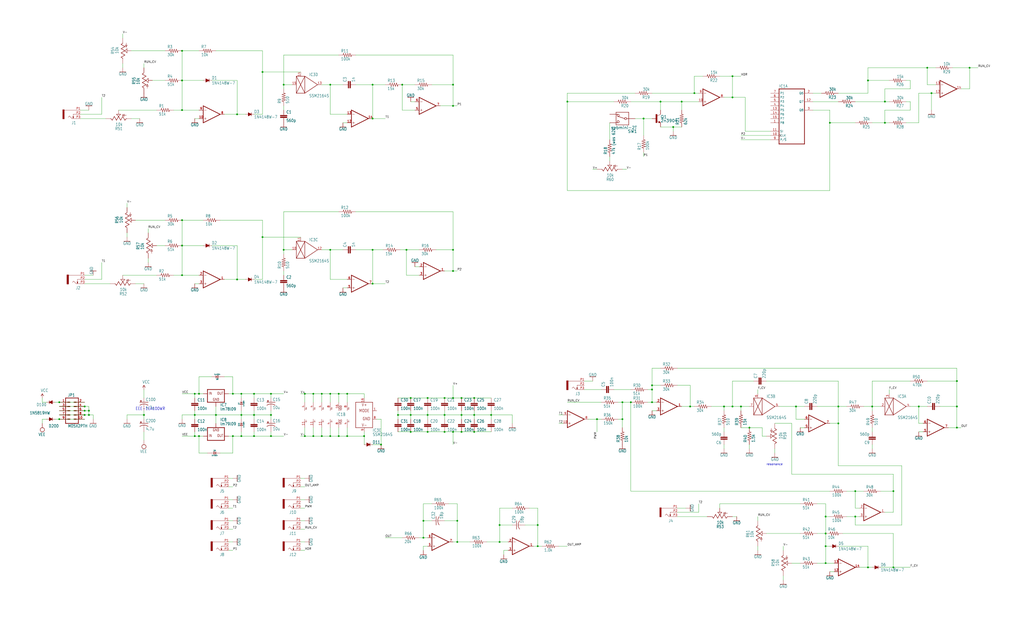
<source format=kicad_sch>
(kicad_sch (version 20211123) (generator eeschema)
  (paper "User" 614.324 373.863)
  (junction (at 495.3 337.82))
  (junction (at 271.78 50.8))
  (junction (at 266.7 238.76))
  (junction (at 86.36 248.92))
  (junction (at 271.78 162.56))
  (junction (at 396.24 60.96))
  (junction (at 449.58 256.54))
  (junction (at 193.04 261.62))
  (junction (at 198.12 50.8))
  (junction (at 439.42 243.84))
  (junction (at 246.38 259.08))
  (junction (at 271.78 238.76))
  (junction (at 556.26 40.64))
  (junction (at 271.78 149.86))
  (junction (at 322.58 314.96))
  (junction (at 203.2 236.22))
  (junction (at 266.7 259.08))
  (junction (at 523.24 243.84))
  (junction (at 116.84 248.92))
  (junction (at 294.64 248.92))
  (junction (at 116.84 261.62))
  (junction (at 241.3 50.8))
  (junction (at 208.28 261.62))
  (junction (at 574.04 228.6))
  (junction (at 50.8 248.92))
  (junction (at 152.4 236.22))
  (junction (at 408.94 60.96))
  (junction (at 403.86 76.2))
  (junction (at 256.54 248.92))
  (junction (at 276.86 248.92))
  (junction (at 142.24 167.64))
  (junction (at 35.56 251.46))
  (junction (at 520.7 48.26))
  (junction (at 144.78 236.22))
  (junction (at 228.6 266.7))
  (junction (at 391.16 241.3))
  (junction (at 144.78 261.62))
  (junction (at 162.56 248.92))
  (junction (at 530.86 60.96))
  (junction (at 271.78 63.5))
  (junction (at 378.46 241.3))
  (junction (at 116.84 236.22))
  (junction (at 223.52 50.8))
  (junction (at 223.52 71.12))
  (junction (at 276.86 238.76))
  (junction (at 276.86 259.08))
  (junction (at 574.04 256.54))
  (junction (at 434.34 243.84))
  (junction (at 256.54 259.08))
  (junction (at 284.48 238.76))
  (junction (at 477.52 243.84))
  (junction (at 218.44 261.62))
  (junction (at 223.52 170.18))
  (junction (at 203.2 261.62))
  (junction (at 198.12 261.62))
  (junction (at 187.96 236.22))
  (junction (at 142.24 68.58))
  (junction (at 157.48 142.24))
  (junction (at 109.22 132.08))
  (junction (at 182.88 261.62))
  (junction (at 495.3 309.88))
  (junction (at 439.42 45.72))
  (junction (at 299.72 325.12))
  (junction (at 162.56 261.62))
  (junction (at 274.32 325.12))
  (junction (at 299.72 314.96))
  (junction (at 119.38 236.22))
  (junction (at 535.94 294.64))
  (junction (at 50.8 243.84))
  (junction (at 266.7 248.92))
  (junction (at 139.7 261.62))
  (junction (at 495.3 320.04))
  (junction (at 535.94 340.36))
  (junction (at 170.18 149.86))
  (junction (at 495.3 327.66))
  (junction (at 254 312.42))
  (junction (at 50.8 246.38))
  (junction (at 391.16 231.14))
  (junction (at 246.38 248.92))
  (junction (at 193.04 236.22))
  (junction (at 157.48 43.18))
  (junction (at 520.7 340.36))
  (junction (at 416.56 55.88))
  (junction (at 223.52 149.86))
  (junction (at 162.56 236.22))
  (junction (at 109.22 147.32))
  (junction (at 373.38 241.3))
  (junction (at 373.38 251.46))
  (junction (at 497.84 73.66))
  (junction (at 208.28 236.22))
  (junction (at 109.22 66.04))
  (junction (at 170.18 50.8))
  (junction (at 513.08 294.64))
  (junction (at 391.16 233.68))
  (junction (at 129.54 248.92))
  (junction (at 574.04 243.84))
  (junction (at 284.48 259.08))
  (junction (at 256.54 238.76))
  (junction (at 53.34 248.92))
  (junction (at 152.4 248.92))
  (junction (at 284.48 248.92))
  (junction (at 187.96 261.62))
  (junction (at 254 322.58))
  (junction (at 53.34 246.38))
  (junction (at 243.84 149.86))
  (junction (at 109.22 48.26))
  (junction (at 414.02 243.84))
  (junction (at 246.38 238.76))
  (junction (at 35.56 241.3))
  (junction (at 144.78 248.92))
  (junction (at 558.8 55.88))
  (junction (at 139.7 236.22))
  (junction (at 152.4 261.62))
  (junction (at 109.22 30.48))
  (junction (at 274.32 312.42))
  (junction (at 271.78 259.08))
  (junction (at 198.12 149.86))
  (junction (at 444.5 243.84))
  (junction (at 502.92 254))
  (junction (at 439.42 58.42))
  (junction (at 119.38 261.62))
  (junction (at 581.66 40.64))
  (junction (at 551.18 243.84))
  (junction (at 182.88 236.22))
  (junction (at 530.86 73.66))
  (junction (at 340.36 60.96))
  (junction (at 198.12 236.22))
  (junction (at 109.22 165.1))
  (junction (at 386.08 71.12))
  (junction (at 502.92 243.84))
  (junction (at 513.08 309.88))
  (junction (at 358.14 251.46))
  (junction (at 238.76 248.92))
  (junction (at 322.58 327.66))
  (wire (pts (xy 271.78 50.8) (xy 271.78 33.02)))
  (wire (pts (xy 157.48 43.18) (xy 157.48 30.48)))
  (wire (pts (xy 137.16 261.62) (xy 139.7 261.62)))
  (wire (pts (xy 271.78 33.02) (xy 213.36 33.02)))
  (wire (pts (xy 223.52 149.86) (xy 213.36 149.86)))
  (wire (pts (xy 193.04 236.22) (xy 198.12 236.22)))
  (wire (pts (xy 574.04 256.54) (xy 574.04 243.84)))
  (wire (pts (xy 439.42 58.42) (xy 447.04 58.42)))
  (wire (pts (xy 241.3 66.04) (xy 248.92 66.04)))
  (wire (pts (xy 373.38 251.46) (xy 373.38 256.54)))
  (wire (pts (xy 520.7 327.66) (xy 520.7 340.36)))
  (wire (pts (xy 109.22 48.26) (xy 121.92 48.26)))
  (wire (pts (xy 88.9 154.94) (xy 88.9 157.48)))
  (wire (pts (xy 187.96 236.22) (xy 193.04 236.22)))
  (wire (pts (xy 439.42 45.72) (xy 439.42 58.42)))
  (wire (pts (xy 109.22 132.08) (xy 121.92 132.08)))
  (wire (pts (xy 162.56 248.92) (xy 162.56 251.46)))
  (wire (pts (xy 170.18 149.86) (xy 170.18 127)))
  (wire (pts (xy 581.66 53.34) (xy 576.58 53.34)))
  (wire (pts (xy 523.24 243.84) (xy 523.24 246.38)))
  (wire (pts (xy 434.34 243.84) (xy 426.72 243.84)))
  (wire (pts (xy 137.16 330.2) (xy 139.7 330.2)))
  (wire (pts (xy 535.94 320.04) (xy 505.46 320.04)))
  (wire (pts (xy 530.86 66.04) (xy 530.86 73.66)))
  (wire (pts (xy 241.3 50.8) (xy 241.3 66.04)))
  (wire (pts (xy 487.68 66.04) (xy 497.84 66.04)))
  (wire (pts (xy 116.84 248.92) (xy 116.84 251.46)))
  (wire (pts (xy 238.76 248.92) (xy 238.76 246.38)))
  (wire (pts (xy 137.16 287.02) (xy 139.7 287.02)))
  (wire (pts (xy 152.4 68.58) (xy 157.48 68.58)))
  (wire (pts (xy 254 302.26) (xy 254 312.42)))
  (wire (pts (xy 574.04 243.84) (xy 563.88 243.84)))
  (wire (pts (xy 203.2 241.3) (xy 203.2 236.22)))
  (wire (pts (xy 223.52 71.12) (xy 231.14 71.12)))
  (wire (pts (xy 467.36 243.84) (xy 477.52 243.84)))
  (wire (pts (xy 48.26 71.12) (xy 63.5 71.12)))
  (wire (pts (xy 48.26 66.04) (xy 53.34 66.04)))
  (wire (pts (xy 241.3 50.8) (xy 248.92 50.8)))
  (wire (pts (xy 254 327.66) (xy 256.54 327.66)))
  (wire (pts (xy 139.7 261.62) (xy 144.78 261.62)))
  (wire (pts (xy 502.92 243.84) (xy 502.92 254)))
  (wire (pts (xy 523.24 243.84) (xy 528.32 243.84)))
  (wire (pts (xy 137.16 312.42) (xy 139.7 312.42)))
  (wire (pts (xy 535.94 340.36) (xy 535.94 320.04)))
  (wire (pts (xy 175.26 50.8) (xy 170.18 50.8)))
  (wire (pts (xy 391.16 231.14) (xy 391.16 220.98)))
  (wire (pts (xy 299.72 325.12) (xy 292.1 325.12)))
  (wire (pts (xy 543.56 48.26) (xy 546.1 48.26)))
  (wire (pts (xy 416.56 55.88) (xy 419.1 55.88)))
  (wire (pts (xy 477.52 243.84) (xy 482.6 243.84)))
  (wire (pts (xy 543.56 73.66) (xy 551.18 73.66)))
  (wire (pts (xy 561.34 50.8) (xy 556.26 50.8)))
  (wire (pts (xy 523.24 243.84) (xy 523.24 228.6)))
  (wire (pts (xy 322.58 314.96) (xy 322.58 304.8)))
  (wire (pts (xy 246.38 238.76) (xy 256.54 238.76)))
  (wire (pts (xy 495.3 309.88) (xy 495.3 320.04)))
  (wire (pts (xy 520.7 40.64) (xy 556.26 40.64)))
  (wire (pts (xy 568.96 256.54) (xy 574.04 256.54)))
  (wire (pts (xy 48.26 68.58) (xy 60.96 68.58)))
  (wire (pts (xy 119.38 236.22) (xy 121.92 236.22)))
  (wire (pts (xy 109.22 147.32) (xy 121.92 147.32)))
  (wire (pts (xy 546.1 48.26) (xy 546.1 53.34)))
  (wire (pts (xy 33.02 241.3) (xy 35.56 241.3)))
  (wire (pts (xy 198.12 50.8) (xy 198.12 68.58)))
  (wire (pts (xy 256.54 248.92) (xy 266.7 248.92)))
  (wire (pts (xy 276.86 251.46) (xy 276.86 248.92)))
  (wire (pts (xy 266.7 238.76) (xy 271.78 238.76)))
  (wire (pts (xy 551.18 243.84) (xy 546.1 243.84)))
  (wire (pts (xy 170.18 33.02) (xy 170.18 50.8)))
  (wire (pts (xy 218.44 236.22) (xy 218.44 238.76)))
  (wire (pts (xy 271.78 259.08) (xy 276.86 259.08)))
  (wire (pts (xy 391.16 233.68) (xy 388.62 233.68)))
  (wire (pts (xy 60.96 167.64) (xy 60.96 157.48)))
  (wire (pts (xy 281.94 325.12) (xy 274.32 325.12)))
  (wire (pts (xy 556.26 40.64) (xy 561.34 40.64)))
  (wire (pts (xy 299.72 314.96) (xy 299.72 304.8)))
  (wire (pts (xy 50.8 165.1) (xy 55.88 165.1)))
  (wire (pts (xy 127 48.26) (xy 142.24 48.26)))
  (wire (pts (xy 502.92 55.88) (xy 520.7 55.88)))
  (wire (pts (xy 198.12 50.8) (xy 205.74 50.8)))
  (wire (pts (xy 469.9 330.2) (xy 469.9 327.66)))
  (wire (pts (xy 162.56 236.22) (xy 170.18 236.22)))
  (wire (pts (xy 223.52 149.86) (xy 229.87 149.86)))
  (wire (pts (xy 170.18 162.56) (xy 170.18 165.1)))
  (wire (pts (xy 513.08 314.96) (xy 541.02 314.96)))
  (wire (pts (xy 218.44 259.08) (xy 218.44 261.62)))
  (wire (pts (xy 294.64 248.92) (xy 307.34 248.92)))
  (wire (pts (xy 523.24 266.7) (xy 523.24 269.24)))
  (wire (pts (xy 264.16 63.5) (xy 271.78 63.5)))
  (wire (pts (xy 203.2 236.22) (xy 208.28 236.22)))
  (wire (pts (xy 530.86 53.34) (xy 530.86 60.96)))
  (wire (pts (xy 78.74 71.12) (xy 83.82 71.12)))
  (wire (pts (xy 439.42 58.42) (xy 434.34 58.42)))
  (wire (pts (xy 266.7 312.42) (xy 274.32 312.42)))
  (wire (pts (xy 25.4 251.46) (xy 25.4 254)))
  (wire (pts (xy 414.02 243.84) (xy 408.94 243.84)))
  (wire (pts (xy 198.12 149.86) (xy 205.74 149.86)))
  (wire (pts (xy 434.34 246.38) (xy 434.34 243.84)))
  (wire (pts (xy 180.34 312.42) (xy 182.88 312.42)))
  (wire (pts (xy 180.34 325.12) (xy 182.88 325.12)))
  (wire (pts (xy 170.18 152.4) (xy 170.18 149.86)))
  (wire (pts (xy 119.38 271.78) (xy 119.38 261.62)))
  (wire (pts (xy 276.86 259.08) (xy 284.48 259.08)))
  (wire (pts (xy 139.7 226.06) (xy 134.62 226.06)))
  (wire (pts (xy 431.8 45.72) (xy 439.42 45.72)))
  (wire (pts (xy 152.4 238.76) (xy 152.4 236.22)))
  (wire (pts (xy 502.92 327.66) (xy 520.7 327.66)))
  (wire (pts (xy 170.18 149.86) (xy 175.26 149.86)))
  (wire (pts (xy 546.1 53.34) (xy 530.86 53.34)))
  (wire (pts (xy 152.4 261.62) (xy 162.56 261.62)))
  (wire (pts (xy 299.72 304.8) (xy 307.34 304.8)))
  (wire (pts (xy 513.08 60.96) (xy 530.86 60.96)))
  (wire (pts (xy 256.54 248.92) (xy 256.54 246.38)))
  (wire (pts (xy 434.34 243.84) (xy 439.42 243.84)))
  (wire (pts (xy 340.36 55.88) (xy 381 55.88)))
  (wire (pts (xy 515.62 304.8) (xy 513.08 304.8)))
  (wire (pts (xy 193.04 50.8) (xy 198.12 50.8)))
  (wire (pts (xy 238.76 251.46) (xy 238.76 248.92)))
  (wire (pts (xy 337.82 254) (xy 335.28 254)))
  (wire (pts (xy 203.2 261.62) (xy 203.2 256.54)))
  (wire (pts (xy 274.32 312.42) (xy 274.32 302.26)))
  (wire (pts (xy 142.24 48.26) (xy 142.24 68.58)))
  (wire (pts (xy 193.04 261.62) (xy 187.96 261.62)))
  (wire (pts (xy 142.24 167.64) (xy 134.62 167.64)))
  (wire (pts (xy 513.08 309.88) (xy 508 309.88)))
  (wire (pts (xy 157.48 68.58) (xy 157.48 43.18)))
  (wire (pts (xy 414.02 243.84) (xy 416.56 243.84)))
  (wire (pts (xy 193.04 261.62) (xy 198.12 261.62)))
  (wire (pts (xy 322.58 327.66) (xy 322.58 314.96)))
  (wire (pts (xy 553.72 254) (xy 551.18 254)))
  (wire (pts (xy 335.28 327.66) (xy 340.36 327.66)))
  (wire (pts (xy 546.1 66.04) (xy 530.86 66.04)))
  (wire (pts (xy 497.84 342.9) (xy 500.38 342.9)))
  (wire (pts (xy 182.88 261.62) (xy 182.88 256.54)))
  (wire (pts (xy 50.8 246.38) (xy 35.56 246.38)))
  (wire (pts (xy 226.06 251.46) (xy 228.6 251.46)))
  (wire (pts (xy 358.14 251.46) (xy 360.68 251.46)))
  (wire (pts (xy 170.18 63.5) (xy 170.18 66.04)))
  (wire (pts (xy 27.94 241.3) (xy 25.4 241.3)))
  (wire (pts (xy 449.58 256.54) (xy 457.2 256.54)))
  (wire (pts (xy 416.56 45.72) (xy 421.64 45.72)))
  (wire (pts (xy 142.24 68.58) (xy 147.32 68.58)))
  (wire (pts (xy 139.7 271.78) (xy 132.08 271.78)))
  (wire (pts (xy 373.38 251.46) (xy 370.84 251.46)))
  (wire (pts (xy 513.08 73.66) (xy 497.84 73.66)))
  (wire (pts (xy 129.54 248.92) (xy 144.78 248.92)))
  (wire (pts (xy 170.18 127) (xy 203.2 127)))
  (wire (pts (xy 495.3 337.82) (xy 500.38 337.82)))
  (wire (pts (xy 180.34 292.1) (xy 182.88 292.1)))
  (wire (pts (xy 137.16 299.72) (xy 139.7 299.72)))
  (wire (pts (xy 431.8 302.26) (xy 480.06 302.26)))
  (wire (pts (xy 246.38 259.08) (xy 238.76 259.08)))
  (wire (pts (xy 223.52 170.18) (xy 223.52 149.86)))
  (wire (pts (xy 162.56 236.22) (xy 162.56 238.76)))
  (wire (pts (xy 551.18 55.88) (xy 558.8 55.88)))
  (wire (pts (xy 129.54 248.92) (xy 129.54 243.84)))
  (wire (pts (xy 50.8 170.18) (xy 66.04 170.18)))
  (wire (pts (xy 350.52 233.68) (xy 360.68 233.68)))
  (wire (pts (xy 574.04 228.6) (xy 574.04 243.84)))
  (wire (pts (xy 513.08 294.64) (xy 508 294.64)))
  (wire (pts (xy 53.34 243.84) (xy 53.34 246.38)))
  (wire (pts (xy 495.3 302.26) (xy 495.3 309.88)))
  (wire (pts (xy 50.8 248.92) (xy 53.34 248.92)))
  (wire (pts (xy 50.8 243.84) (xy 53.34 243.84)))
  (wire (pts (xy 116.84 246.38) (xy 116.84 248.92)))
  (wire (pts (xy 170.18 50.8) (xy 170.18 53.34)))
  (wire (pts (xy 251.46 322.58) (xy 254 322.58)))
  (wire (pts (xy 86.36 259.08) (xy 86.36 264.16)))
  (wire (pts (xy 528.32 294.64) (xy 535.94 294.64)))
  (wire (pts (xy 302.26 330.2) (xy 304.8 330.2)))
  (wire (pts (xy 266.7 248.92) (xy 266.7 246.38)))
  (wire (pts (xy 340.36 241.3) (xy 360.68 241.3)))
  (wire (pts (xy 535.94 294.64) (xy 535.94 284.48)))
  (wire (pts (xy 386.08 71.12) (xy 391.16 71.12)))
  (wire (pts (xy 495.3 327.66) (xy 497.84 327.66)))
  (wire (pts (xy 340.36 60.96) (xy 340.36 55.88)))
  (wire (pts (xy 60.96 68.58) (xy 60.96 58.42)))
  (wire (pts (xy 266.7 248.92) (xy 276.86 248.92)))
  (wire (pts (xy 276.86 248.92) (xy 284.48 248.92)))
  (wire (pts (xy 254 322.58) (xy 256.54 322.58)))
  (wire (pts (xy 142.24 167.64) (xy 147.32 167.64)))
  (wire (pts (xy 276.86 238.76) (xy 284.48 238.76)))
  (wire (pts (xy 109.22 147.32) (xy 109.22 165.1)))
  (wire (pts (xy 203.2 33.02) (xy 170.18 33.02)))
  (wire (pts (xy 462.28 83.82) (xy 444.5 83.82)))
  (wire (pts (xy 469.9 347.98) (xy 469.9 345.44)))
  (wire (pts (xy 515.62 309.88) (xy 513.08 309.88)))
  (wire (pts (xy 320.04 327.66) (xy 322.58 327.66)))
  (wire (pts (xy 223.52 170.18) (xy 231.14 170.18)))
  (wire (pts (xy 373.38 241.3) (xy 378.46 241.3)))
  (wire (pts (xy 439.42 243.84) (xy 439.42 228.6)))
  (wire (pts (xy 119.38 261.62) (xy 121.92 261.62)))
  (wire (pts (xy 116.84 261.62) (xy 119.38 261.62)))
  (wire (pts (xy 373.38 101.6) (xy 375.92 101.6)))
  (wire (pts (xy 109.22 66.04) (xy 119.38 66.04)))
  (wire (pts (xy 497.84 66.04) (xy 497.84 73.66)))
  (wire (pts (xy 254 312.42) (xy 259.08 312.42)))
  (wire (pts (xy 109.22 165.1) (xy 119.38 165.1)))
  (wire (pts (xy 208.28 241.3) (xy 208.28 236.22)))
  (wire (pts (xy 495.3 327.66) (xy 495.3 337.82)))
  (wire (pts (xy 254 312.42) (xy 254 322.58)))
  (wire (pts (xy 259.08 50.8) (xy 271.78 50.8)))
  (wire (pts (xy 490.22 243.84) (xy 502.92 243.84)))
  (wire (pts (xy 444.5 256.54) (xy 449.58 256.54)))
  (wire (pts (xy 434.34 259.08) (xy 434.34 256.54)))
  (wire (pts (xy 157.48 132.08) (xy 132.08 132.08)))
  (wire (pts (xy 187.96 261.62) (xy 182.88 261.62)))
  (wire (pts (xy 449.58 266.7) (xy 449.58 269.24)))
  (wire (pts (xy 187.96 256.54) (xy 187.96 261.62)))
  (wire (pts (xy 129.54 254) (xy 129.54 248.92)))
  (wire (pts (xy 551.18 259.08) (xy 553.72 259.08)))
  (wire (pts (xy 284.48 251.46) (xy 284.48 248.92)))
  (wire (pts (xy 243.84 165.1) (xy 251.46 165.1)))
  (wire (pts (xy 457.2 256.54) (xy 457.2 261.62)))
  (wire (pts (xy 523.24 228.6) (xy 546.1 228.6)))
  (wire (pts (xy 558.8 55.88) (xy 561.34 55.88)))
  (wire (pts (xy 513.08 304.8) (xy 513.08 294.64)))
  (wire (pts (xy 406.4 307.34) (xy 419.1 307.34)))
  (wire (pts (xy 431.8 304.8) (xy 431.8 302.26)))
  (wire (pts (xy 502.92 254) (xy 497.84 254)))
  (wire (pts (xy 495.3 320.04) (xy 495.3 327.66)))
  (wire (pts (xy 464.82 269.24) (xy 464.82 271.78)))
  (wire (pts (xy 551.18 73.66) (xy 551.18 55.88)))
  (wire (pts (xy 502.92 254) (xy 502.92 279.4)))
  (wire (pts (xy 271.78 50.8) (xy 271.78 63.5)))
  (wire (pts (xy 78.74 30.48) (xy 99.06 30.48)))
  (wire (pts (xy 139.7 236.22) (xy 137.16 236.22)))
  (wire (pts (xy 246.38 248.92) (xy 256.54 248.92)))
  (wire (pts (xy 91.44 48.26) (xy 99.06 48.26)))
  (wire (pts (xy 116.84 261.62) (xy 109.22 261.62)))
  (wire (pts (xy 73.66 165.1) (xy 93.98 165.1)))
  (wire (pts (xy 144.78 246.38) (xy 144.78 248.92)))
  (wire (pts (xy 581.66 40.64) (xy 581.66 53.34)))
  (wire (pts (xy 35.56 248.92) (xy 50.8 248.92)))
  (wire (pts (xy 523.24 256.54) (xy 523.24 259.08)))
  (wire (pts (xy 243.84 149.86) (xy 243.84 165.1)))
  (wire (pts (xy 386.08 91.44) (xy 386.08 93.98)))
  (wire (pts (xy 104.14 165.1) (xy 109.22 165.1)))
  (wire (pts (xy 439.42 309.88) (xy 441.96 309.88)))
  (wire (pts (xy 551.18 254) (xy 551.18 243.84)))
  (wire (pts (xy 261.62 149.86) (xy 271.78 149.86)))
  (wire (pts (xy 198.12 236.22) (xy 203.2 236.22)))
  (wire (pts (xy 116.84 170.18) (xy 119.38 170.18)))
  (wire (pts (xy 271.78 259.08) (xy 271.78 266.7)))
  (wire (pts (xy 419.1 307.34) (xy 419.1 302.26)))
  (wire (pts (xy 490.22 302.26) (xy 495.3 302.26)))
  (wire (pts (xy 518.16 243.84) (xy 523.24 243.84)))
  (wire (pts (xy 116.84 236.22) (xy 119.38 236.22)))
  (wire (pts (xy 152.4 248.92) (xy 152.4 251.46)))
  (wire (pts (xy 55.88 248.92) (xy 55.88 251.46)))
  (wire (pts (xy 180.34 236.22) (xy 182.88 236.22)))
  (wire (pts (xy 162.56 261.62) (xy 170.18 261.62)))
  (wire (pts (xy 35.56 241.3) (xy 50.8 241.3)))
  (wire (pts (xy 182.88 236.22) (xy 187.96 236.22)))
  (wire (pts (xy 391.16 233.68) (xy 391.16 231.14)))
  (wire (pts (xy 304.8 325.12) (xy 299.72 325.12)))
  (wire (pts (xy 474.98 254) (xy 474.98 284.48)))
  (wire (pts (xy 274.32 325.12) (xy 271.78 325.12)))
  (wire (pts (xy 543.56 60.96) (xy 546.1 60.96)))
  (wire (pts (xy 487.68 60.96) (xy 502.92 60.96)))
  (wire (pts (xy 378.46 294.64) (xy 497.84 294.64)))
  (wire (pts (xy 378.46 241.3) (xy 378.46 294.64)))
  (wire (pts (xy 53.34 246.38) (xy 53.34 248.92)))
  (wire (pts (xy 142.24 68.58) (xy 134.62 68.58)))
  (wire (pts (xy 223.52 50.8) (xy 213.36 50.8)))
  (wire (pts (xy 119.38 226.06) (xy 119.38 236.22)))
  (wire (pts (xy 180.34 287.02) (xy 182.88 287.02)))
  (wire (pts (xy 457.2 261.62) (xy 459.74 261.62)))
  (wire (pts (xy 520.7 48.26) (xy 533.4 48.26)))
  (wire (pts (xy 246.38 60.96) (xy 248.92 60.96)))
  (wire (pts (xy 322.58 304.8) (xy 317.5 304.8)))
  (wire (pts (xy 337.82 248.92) (xy 335.28 248.92)))
  (wire (pts (xy 530.86 60.96) (xy 533.4 60.96)))
  (wire (pts (xy 571.5 40.64) (xy 581.66 40.64)))
  (wire (pts (xy 574.04 256.54) (xy 576.58 256.54)))
  (wire (pts (xy 454.66 312.42) (xy 454.66 309.88)))
  (wire (pts (xy 256.54 259.08) (xy 266.7 259.08)))
  (wire (pts (xy 116.84 259.08) (xy 116.84 261.62)))
  (wire (pts (xy 182.88 261.62) (xy 180.34 261.62)))
  (wire (pts (xy 365.76 83.82) (xy 365.76 73.66)))
  (wire (pts (xy 208.28 261.62) (xy 203.2 261.62)))
  (wire (pts (xy 322.58 327.66) (xy 325.12 327.66)))
  (wire (pts (xy 513.08 309.88) (xy 513.08 314.96)))
  (wire (pts (xy 246.38 248.92) (xy 246.38 246.38)))
  (wire (pts (xy 391.16 241.3) (xy 393.7 241.3)))
  (wire (pts (xy 256.54 251.46) (xy 256.54 248.92)))
  (wire (pts (xy 462.28 81.28) (xy 444.5 81.28)))
  (wire (pts (xy 180.34 43.18) (xy 157.48 43.18)))
  (wire (pts (xy 408.94 76.2) (xy 403.86 76.2)))
  (wire (pts (xy 353.06 251.46) (xy 358.14 251.46)))
  (wire (pts (xy 546.1 340.36) (xy 535.94 340.36)))
  (wire (pts (xy 116.84 248.92) (xy 109.22 248.92)))
  (wire (pts (xy 447.04 78.74) (xy 462.28 78.74)))
  (wire (pts (xy 152.4 248.92) (xy 162.56 248.92)))
  (wire (pts (xy 129.54 248.92) (xy 116.84 248.92)))
  (wire (pts (xy 256.54 238.76) (xy 266.7 238.76)))
  (wire (pts (xy 373.38 241.3) (xy 373.38 251.46)))
  (wire (pts (xy 299.72 325.12) (xy 299.72 314.96)))
  (wire (pts (xy 198.12 256.54) (xy 198.12 261.62)))
  (wire (pts (xy 180.34 304.8) (xy 182.88 304.8)))
  (wire (pts (xy 86.36 238.76) (xy 86.36 233.68)))
  (wire (pts (xy 53.34 246.38) (xy 50.8 246.38)))
  (wire (pts (xy 391.16 231.14) (xy 396.24 231.14)))
  (wire (pts (xy 50.8 167.64) (xy 60.96 167.64)))
  (wire (pts (xy 71.12 66.04) (xy 93.98 66.04)))
  (wire (pts (xy 294.64 248.92) (xy 294.64 246.38)))
  (wire (pts (xy 240.03 149.86) (xy 243.84 149.86)))
  (wire (pts (xy 497.84 114.3) (xy 340.36 114.3)))
  (wire (pts (xy 464.82 254) (xy 474.98 254)))
  (wire (pts (xy 546.1 60.96) (xy 546.1 66.04)))
  (wire (pts (xy 340.36 114.3) (xy 340.36 60.96)))
  (wire (pts (xy 144.78 238.76) (xy 144.78 236.22)))
  (wire (pts (xy 198.12 167.64) (xy 208.28 167.64)))
  (wire (pts (xy 388.62 241.3) (xy 391.16 241.3)))
  (wire (pts (xy 116.84 236.22) (xy 116.84 238.76)))
  (wire (pts (xy 474.98 284.48) (xy 535.94 284.48)))
  (wire (pts (xy 271.78 238.76) (xy 271.78 231.14)))
  (wire (pts (xy 480.06 256.54) (xy 482.6 256.54)))
  (wire (pts (xy 350.52 228.6) (xy 355.6 228.6)))
  (wire (pts (xy 391.16 220.98) (xy 396.24 220.98)))
  (wire (pts (xy 193.04 241.3) (xy 193.04 236.22)))
  (wire (pts (xy 152.4 167.64) (xy 157.48 167.64)))
  (wire (pts (xy 246.38 248.92) (xy 238.76 248.92)))
  (wire (pts (xy 198.12 68.58) (xy 208.28 68.58)))
  (wire (pts (xy 497.84 309.88) (xy 495.3 309.88)))
  (wire (pts (xy 127 226.06) (xy 119.38 226.06)))
  (wire (pts (xy 35.56 251.46) (xy 50.8 251.46)))
  (wire (pts (xy 274.32 302.26) (xy 269.24 302.26)))
  (wire (pts (xy 193.04 256.54) (xy 193.04 261.62)))
  (wire (pts (xy 294.64 251.46) (xy 294.64 248.92)))
  (wire (pts (xy 271.78 127) (xy 271.78 149.86)))
  (wire (pts (xy 556.26 50.8) (xy 556.26 40.64)))
  (wire (pts (xy 535.94 294.64) (xy 535.94 307.34)))
  (wire (pts (xy 180.34 142.24) (xy 157.48 142.24)))
  (wire (pts (xy 520.7 55.88) (xy 520.7 48.26)))
  (wire (pts (xy 266.7 251.46) (xy 266.7 248.92)))
  (wire (pts (xy 223.52 266.7) (xy 228.6 266.7)))
  (wire (pts (xy 86.36 248.92) (xy 86.36 251.46)))
  (wire (pts (xy 523.24 73.66) (xy 530.86 73.66)))
  (wire (pts (xy 53.34 248.92) (xy 55.88 248.92)))
  (wire (pts (xy 198.12 149.86) (xy 198.12 167.64)))
  (wire (pts (xy 93.98 147.32) (xy 99.06 147.32)))
  (wire (pts (xy 243.84 149.86) (xy 251.46 149.86)))
  (wire (pts (xy 137.16 317.5) (xy 139.7 317.5)))
  (wire (pts (xy 558.8 55.88) (xy 558.8 66.04)))
  (wire (pts (xy 246.38 259.08) (xy 256.54 259.08)))
  (wire (pts (xy 271.78 238.76) (xy 276.86 238.76)))
  (wire (pts (xy 152.4 236.22) (xy 144.78 236.22)))
  (wire (pts (xy 76.2 248.92) (xy 76.2 251.46)))
  (wire (pts (xy 378.46 60.96) (xy 396.24 60.96)))
  (wire (pts (xy 208.28 256.54) (xy 208.28 261.62)))
  (wire (pts (xy 266.7 162.56) (xy 271.78 162.56)))
  (wire (pts (xy 474.98 337.82) (xy 480.06 337.82)))
  (wire (pts (xy 535.94 307.34) (xy 530.86 307.34)))
  (wire (pts (xy 198.12 261.62) (xy 203.2 261.62)))
  (wire (pts (xy 381 71.12) (xy 386.08 71.12)))
  (wire (pts (xy 223.52 71.12) (xy 223.52 50.8)))
  (wire (pts (xy 259.08 302.26) (xy 254 302.26)))
  (wire (pts (xy 73.66 22.86) (xy 73.66 20.32)))
  (wire (pts (xy 487.68 55.88) (xy 492.76 55.88)))
  (wire (pts (xy 307.34 248.92) (xy 307.34 254)))
  (wire (pts (xy 284.48 248.92) (xy 294.64 248.92)))
  (wire (pts (xy 182.88 241.3) (xy 182.88 236.22)))
  (wire (pts (xy 139.7 261.62) (xy 139.7 271.78)))
  (wire (pts (xy 391.16 241.3) (xy 391.16 233.68)))
  (wire (pts (xy 299.72 314.96) (xy 307.34 314.96)))
  (wire (pts (xy 109.22 132.08) (xy 109.22 147.32)))
  (wire (pts (xy 271.78 149.86) (xy 271.78 162.56)))
  (wire (pts (xy 368.3 233.68) (xy 378.46 233.68)))
  (wire (pts (xy 454.66 327.66) (xy 454.66 330.2)))
  (wire (pts (xy 502.92 243.84) (xy 502.92 228.6)))
  (wire (pts (xy 406.4 231.14) (xy 414.02 231.14)))
  (wire (pts (xy 139.7 236.22) (xy 139.7 226.06)))
  (wire (pts (xy 152.4 248.92) (xy 152.4 246.38)))
  (wire (pts (xy 228.6 251.46) (xy 228.6 266.7)))
  (wire (pts (xy 157.48 167.64) (xy 157.48 142.24)))
  (wire (pts (xy 368.3 60.96) (xy 340.36 60.96)))
  (wire (pts (xy 208.28 236.22) (xy 218.44 236.22)))
  (wire (pts (xy 241.3 322.58) (xy 231.14 322.58)))
  (wire (pts (xy 33.02 251.46) (xy 35.56 251.46)))
  (wire (pts (xy 86.36 248.92) (xy 76.2 248.92)))
  (wire (pts (xy 137.16 325.12) (xy 139.7 325.12)))
  (wire (pts (xy 408.94 60.96) (xy 408.94 66.04)))
  (wire (pts (xy 198.12 236.22) (xy 198.12 241.3)))
  (wire (pts (xy 439.42 228.6) (xy 452.12 228.6)))
  (wire (pts (xy 406.4 309.88) (xy 424.18 309.88)))
  (wire (pts (xy 416.56 55.88) (xy 416.56 45.72)))
  (wire (pts (xy 86.36 246.38) (xy 86.36 248.92)))
  (wire (pts (xy 86.36 40.64) (xy 86.36 38.1)))
  (wire (pts (xy 25.4 251.46) (xy 27.94 251.46)))
  (wire (pts (xy 218.44 266.7) (xy 218.44 261.62)))
  (wire (pts (xy 266.7 259.08) (xy 271.78 259.08)))
  (wire (pts (xy 109.22 236.22) (xy 116.84 236.22)))
  (wire (pts (xy 142.24 147.32) (xy 142.24 167.64)))
  (wire (pts (xy 246.38 238.76) (xy 238.76 238.76)))
  (wire (pts (xy 109.22 248.92) (xy 109.22 251.46)))
  (wire (pts (xy 528.32 340.36) (xy 535.94 340.36)))
  (wire (pts (xy 180.34 330.2) (xy 182.88 330.2)))
  (wire (pts (xy 403.86 76.2) (xy 396.24 76.2)))
  (wire (pts (xy 520.7 48.26) (xy 520.7 40.64)))
  (wire (pts (xy 152.4 261.62) (xy 152.4 259.08)))
  (wire (pts (xy 137.16 292.1) (xy 139.7 292.1)))
  (wire (pts (xy 533.4 236.22) (xy 533.4 233.68)))
  (wire (pts (xy 205.74 172.72) (xy 208.28 172.72)))
  (wire (pts (xy 551.18 243.84) (xy 556.26 243.84)))
  (wire (pts (xy 459.74 320.04) (xy 480.06 320.04)))
  (wire (pts (xy 408.94 60.96) (xy 419.1 60.96)))
  (wire (pts (xy 490.22 337.82) (xy 495.3 337.82)))
  (wire (pts (xy 406.4 304.8) (xy 411.48 304.8)))
  (wire (pts (xy 271.78 162.56) (xy 274.32 162.56)))
  (wire (pts (xy 444.5 243.84) (xy 444.5 246.38)))
  (wire (pts (xy 187.96 241.3) (xy 187.96 236.22)))
  (wire (pts (xy 439.42 45.72) (xy 444.5 45.72)))
  (wire (pts (xy 581.66 40.64) (xy 586.74 40.64)))
  (wire (pts (xy 414.02 231.14) (xy 414.02 243.84)))
  (wire (pts (xy 513.08 294.64) (xy 518.16 294.64)))
  (wire (pts (xy 157.48 30.48) (xy 129.54 30.48)))
  (wire (pts (xy 76.2 139.7) (xy 76.2 142.24)))
  (wire (pts (xy 88.9 139.7) (xy 88.9 137.16)))
  (wire (pts (xy 284.48 259.08) (xy 294.64 259.08)))
  (wire (pts (xy 502.92 243.84) (xy 508 243.84)))
  (wire (pts (xy 104.14 66.04) (xy 109.22 66.04)))
  (wire (pts (xy 515.62 340.36) (xy 520.7 340.36)))
  (wire (pts (xy 218.44 261.62) (xy 208.28 261.62)))
  (wire (pts (xy 477.52 251.46) (xy 482.6 251.46)))
  (wire (pts (xy 81.28 170.18) (xy 86.36 170.18)))
  (wire (pts (xy 180.34 317.5) (xy 182.88 317.5)))
  (wire (pts (xy 530.86 73.66) (xy 533.4 73.66)))
  (wire (pts (xy 109.22 48.26) (xy 109.22 66.04)))
  (wire (pts (xy 276.86 248.92) (xy 276.86 246.38)))
  (wire (pts (xy 213.36 127) (xy 271.78 127)))
  (wire (pts (xy 254 330.2) (xy 254 327.66)))
  (wire (pts (xy 162.56 248.92) (xy 162.56 246.38)))
  (wire (pts (xy 180.34 299.72) (xy 182.88 299.72)))
  (wire (pts (xy 25.4 238.76) (xy 25.4 241.3)))
  (wire (pts (xy 322.58 314.96) (xy 314.96 314.96)))
  (wire (pts (xy 144.78 248.92) (xy 144.78 251.46)))
  (wire (pts (xy 144.78 248.92) (xy 152.4 248.92)))
  (wire (pts (xy 35.56 243.84) (xy 50.8 243.84)))
  (wire (pts (xy 144.78 259.08) (xy 144.78 261.62)))
  (wire (pts (xy 490.22 320.04) (xy 495.3 320.04)))
  (wire (pts (xy 403.86 76.2) (xy 403.86 78.74)))
  (wire (pts (xy 502.92 228.6) (xy 459.74 228.6)))
  (wire (pts (xy 246.38 251.46) (xy 246.38 248.92)))
  (wire (pts (xy 477.52 243.84) (xy 477.52 251.46)))
  (wire (pts (xy 284.48 248.92) (xy 284.48 246.38)))
  (wire (pts (xy 358.14 251.46) (xy 358.14 259.08)))
  (wire (pts (xy 358.14 101.6) (xy 355.6 101.6)))
  (wire (pts (xy 393.7 246.38) (xy 391.16 246.38)))
  (wire (pts (xy 386.08 71.12) (xy 386.08 81.28)))
  (wire (pts (xy 556.26 228.6) (xy 574.04 228.6)))
  (wire (pts (xy 497.84 73.66) (xy 497.84 114.3)))
  (wire (pts (xy 137.16 304.8) (xy 139.7 304.8)))
  (wire (pts (xy 205.74 73.66) (xy 208.28 73.66)))
  (wire (pts (xy 439.42 243.84) (xy 444.5 243.84)))
  (wire (pts (xy 444.5 243.84) (xy 449.58 243.84)))
  (wire (pts (xy 416.56 55.88) (xy 391.16 55.88)))
  (wire (pts (xy 152.4 236.22) (xy 162.56 236.22)))
  (wire (pts (xy 248.92 160.02) (xy 251.46 160.02)))
  (wire (pts (xy 109.22 30.48) (xy 119.38 30.48)))
  (wire (pts (xy 116.84 71.12) (xy 119.38 71.12)))
  (wire (pts (xy 162.56 261.62) (xy 162.56 259.08)))
  (wire (pts (xy 396.24 60.96) (xy 396.24 66.04)))
  (wire (pts (xy 157.48 142.24) (xy 157.48 132.08)))
  (wire (pts (xy 434.34 266.7) (xy 434.34 269.24)))
  (wire (pts (xy 365.76 93.98) (xy 365.76 96.52)))
  (wire (pts (xy 541.02 314.96) (xy 541.02 279.4)))
  (wire (pts (xy 302.26 332.74) (xy 302.26 330.2)))
  (wire (pts (xy 81.28 132.08) (xy 99.06 132.08)))
  (wire (pts (xy 76.2 124.46) (xy 76.2 121.92)))
  (wire (pts (xy 274.32 312.42) (xy 274.32 325.12)))
  (wire (pts (xy 447.04 58.42) (xy 447.04 78.74)))
  (wire (pts (xy 193.04 149.86) (xy 198.12 149.86)))
  (wire (pts (xy 73.66 38.1) (xy 73.66 40.64)))
  (wire (pts (xy 574.04 228.6) (xy 574.04 220.98)))
  (wire (pts (xy 144.78 261.62) (xy 152.4 261.62)))
  (wire (pts (xy 502.92 279.4) (xy 541.02 279.4)))
  (wire (pts (xy 574.04 220.98) (xy 406.4 220.98)))
  (wire (pts (xy 454.66 236.22) (xy 454.66 233.68)))
  (wire (pts (xy 124.46 271.78) (xy 119.38 271.78)))
  (wire (pts (xy 370.84 241.3) (xy 373.38 241.3)))
  (wire (pts (xy 271.78 63.5) (xy 274.32 63.5)))
  (wire (pts (xy 396.24 60.96) (xy 408.94 60.96)))
  (wire (pts (xy 284.48 238.76) (xy 294.64 238.76)))
  (wire (pts (xy 144.78 236.22) (xy 139.7 236.22)))
  (wire (pts (xy 223.52 50.8) (xy 231.14 50.8)))
  (wire (pts (xy 520.7 340.36) (xy 523.24 340.36)))
  (wire (pts (xy 127 147.32) (xy 142.24 147.32)))
  (wire (pts (xy 109.22 30.48) (xy 109.22 48.26)))
  (text "resonance" (at 459.74 279.4 0) (effects (font (size 1.27 1.27)) (justify left bottom)))
  (text "EEE-1EA100WR" (at 81.28 246.38 180) (effects (font (size 1.778 1.5113)) (justify left bottom)))
  (label "T2" (at 139.7 317.5 0) (effects (font (size 1.2446 1.2446))))
  (label "RUN_CV" (at 340.36 241.3 0) (effects (font (size 1.2446 1.2446))))
  (label "V-" (at 73.66 20.32 0) (effects (font (size 1.2446 1.2446))))
  (label "V-" (at 444.5 83.82 0) (effects (font (size 1.2446 1.2446))))
  (label "F_CV" (at 546.1 340.36 0) (effects (font (size 1.2446 1.2446))))
  (label "V-" (at 76.2 121.92 0) (effects (font (size 1.2446 1.2446))))
  (label "RUN_CV" (at 182.88 317.5 0) (effects (font (size 1.2446 1.2446))))
  (label "P1" (at 386.08 93.98 0) (effects (font (size 1.2446 1.2446))))
  (label "F_CV" (at 454.66 233.68 0) (effects (font (size 1.2446 1.2446))))
  (label "RUN_CV" (at 88.9 137.16 0) (effects (font (size 1.2446 1.2446))))
  (label "T1" (at 60.96 157.48 0) (effects (font (size 1.2446 1.2446))))
  (label "T1" (at 335.28 248.92 0) (effects (font (size 1.2446 1.2446))))
  (label "P2" (at 444.5 81.28 0) (effects (font (size 1.2446 1.2446))))
  (label "V+" (at 180.34 236.22 0) (effects (font (size 1.2446 1.2446))))
  (label "T2" (at 231.14 170.18 0) (effects (font (size 1.2446 1.2446))))
  (label "V-" (at 180.34 261.62 0) (effects (font (size 1.2446 1.2446))))
  (label "V-" (at 170.18 261.62 0) (effects (font (size 1.2446 1.2446))))
  (label "V-" (at 271.78 266.7 0) (effects (font (size 1.2446 1.2446))))
  (label "OUT_AMP" (at 340.36 327.66 0) (effects (font (size 1.2446 1.2446))))
  (label "OUT_AMP" (at 182.88 292.1 0) (effects (font (size 1.2446 1.2446))))
  (label "RUN_CV" (at 454.66 309.88 0) (effects (font (size 1.2446 1.2446))))
  (label "PWM" (at 182.88 304.8 0) (effects (font (size 1.2446 1.2446))))
  (label "XOR" (at 182.88 330.2 0) (effects (font (size 1.2446 1.2446))))
  (label "V+" (at 170.18 236.22 0) (effects (font (size 1.2446 1.2446))))
  (label "VEE" (at 109.22 261.62 0) (effects (font (size 1.2446 1.2446))))
  (label "OUT" (at 576.58 256.54 0) (effects (font (size 1.2446 1.2446))))
  (label "PWM" (at 358.14 259.08 270) (effects (font (size 1.2446 1.2446))))
  (label "P1" (at 139.7 330.2 0) (effects (font (size 1.2446 1.2446))))
  (label "T1" (at 139.7 304.8 0) (effects (font (size 1.2446 1.2446))))
  (label "OUT" (at 231.14 322.58 0) (effects (font (size 1.2446 1.2446))))
  (label "F_CV" (at 533.4 233.68 0) (effects (font (size 1.2446 1.2446))))
  (label "XOR" (at 444.5 45.72 0) (effects (font (size 1.2446 1.2446))))
  (label "P1" (at 274.32 63.5 0) (effects (font (size 1.2446 1.2446))))
  (label "P2" (at 139.7 292.1 0) (effects (font (size 1.2446 1.2446))))
  (label "RUN_CV" (at 586.74 40.64 0) (effects (font (size 1.2446 1.2446))))
  (label "T2" (at 335.28 254 0) (effects (font (size 1.2446 1.2446))))
  (label "V-" (at 469.9 327.66 0) (effects (font (size 1.2446 1.2446))))
  (label "V-" (at 375.92 101.6 0) (effects (font (size 1.2446 1.2446))))
  (label "V+" (at 271.78 231.14 0) (effects (font (size 1.2446 1.2446))))
  (label "T2" (at 60.96 58.42 0) (effects (font (size 1.2446 1.2446))))
  (label "VCC" (at 109.22 236.22 0) (effects (font (size 1.2446 1.2446))))
  (label "T2" (at 419.1 302.26 0) (effects (font (size 1.2446 1.2446))))
  (label "RUN_CV" (at 86.36 38.1 0) (effects (font (size 1.2446 1.2446))))
  (label "T1" (at 231.14 71.12 0) (effects (font (size 1.2446 1.2446))))
  (label "P2" (at 274.32 162.56 0) (effects (font (size 1.2446 1.2446))))
  (label "V+" (at 355.6 101.6 0) (effects (font (size 1.2446 1.2446))))
  (symbol (lib_id "benjolin_1.6-eagle-import:GND") (at 116.84 172.72 0) (unit 1)
    (property "Reference" "#GND011" (effects hide))
    (property "Value" "GND" (at 116.84 172.974 0) (effects (font (size 1.778 1.5113)) (justify top)))
    (property "Footprint" "benjolin_1.6:" (effects hide))
  )
  (symbol (lib_id "benjolin_1.6-eagle-import:POT_USVERTICAL_NARROW") (at 73.66 170.18 90) (unit 1)
    (property "Reference" "R52" (at 76.2 175.26 90) (effects (font (size 1.778 1.5113)) (justify left bottom)))
    (property "Value" "10k" (at 76.2 172.72 90) (effects (font (size 1.778 1.5113)) (justify left bottom)))
    (property "Footprint" "benjolin_1.6:ALPS_POT_VERTICAL_PS" (effects hide))
  )
  (symbol (lib_id "benjolin_1.6-eagle-import:C-EUC0603") (at 434.34 264.16 180) (unit 1)
    (property "Reference" "C6" (at 432.816 264.541 0) (effects (font (size 1.778 1.5113)) (justify left bottom)))
    (property "Value" "560p" (at 432.816 259.461 0) (effects (font (size 1.778 1.5113)) (justify left bottom)))
    (property "Footprint" "Capacitor_SMD:C_1206_3216Metric_Pad1.33x1.80mm_HandSolder" (effects hide))
  )
  (symbol (lib_id "benjolin_1.6-eagle-import:PJ301_THONKICONN6") (at 132.08 327.66 180) (unit 1)
    (property "Reference" "J8" (at 134.62 331.724 0) (effects (font (size 1.778 1.5113)) (justify left bottom)))
    (property "Value" "PJ301_THONKICONN6" (effects hide))
    (property "Footprint" "benjolin_1.6:WQP_PJ_301M6" (effects hide))
  )
  (symbol (lib_id "benjolin_1.6-eagle-import:GND") (at 109.22 254 0) (unit 1)
    (property "Reference" "#GND034" (effects hide))
    (property "Value" "GND" (at 109.22 254.254 0) (effects (font (size 1.778 1.5113)) (justify top)))
    (property "Footprint" "benjolin_1.6:" (effects hide))
  )
  (symbol (lib_id "benjolin_1.6-eagle-import:GND") (at 248.92 157.48 180) (unit 1)
    (property "Reference" "#GND017" (effects hide))
    (property "Value" "GND" (at 248.92 157.226 0) (effects (font (size 1.778 1.5113)) (justify top)))
    (property "Footprint" "benjolin_1.6:" (effects hide))
  )
  (symbol (lib_id "benjolin_1.6-eagle-import:GND") (at 142.24 287.02 90) (unit 1)
    (property "Reference" "#GND035" (effects hide))
    (property "Value" "GND" (at 142.494 287.02 0) (effects (font (size 1.778 1.5113)) (justify top)))
    (property "Footprint" "benjolin_1.6:" (effects hide))
  )
  (symbol (lib_id "benjolin_1.6-eagle-import:R-US_R0603") (at 170.18 58.42 90) (unit 1)
    (property "Reference" "R9" (at 168.6814 62.23 0) (effects (font (size 1.778 1.5113)) (justify left bottom)))
    (property "Value" "510" (at 173.482 62.23 0) (effects (font (size 1.778 1.5113)) (justify left bottom)))
    (property "Footprint" "Resistor_SMD:R_1206_3216Metric_Pad1.30x1.75mm_HandSolder" (effects hide))
  )
  (symbol (lib_id "benjolin_1.6-eagle-import:R-US_R0603") (at 449.58 261.62 90) (unit 1)
    (property "Reference" "R40" (at 448.0814 265.43 0) (effects (font (size 1.778 1.5113)) (justify left bottom)))
    (property "Value" "1.5k" (at 452.882 265.43 0) (effects (font (size 1.778 1.5113)) (justify left bottom)))
    (property "Footprint" "Resistor_SMD:R_1206_3216Metric_Pad1.30x1.75mm_HandSolder" (effects hide))
  )
  (symbol (lib_id "benjolin_1.6-eagle-import:78LXX") (at 129.54 236.22 0) (unit 1)
    (property "Reference" "IC7" (at 132.08 243.84 0) (effects (font (size 1.778 1.5113)) (justify left bottom)))
    (property "Value" "lm78l09" (at 132.08 246.38 0) (effects (font (size 1.778 1.5113)) (justify left bottom)))
    (property "Footprint" "Package_TO_SOT_THT:TO-92L_Inline_Wide_Vreg78L09" (effects hide))
  )
  (symbol (lib_id "benjolin_1.6-eagle-import:C-USC0603") (at 261.62 312.42 90) (unit 1)
    (property "Reference" "C32" (at 260.985 311.404 0) (effects (font (size 1.778 1.5113)) (justify left bottom)))
    (property "Value" "18p" (at 265.811 311.404 0) (effects (font (size 1.778 1.5113)) (justify left bottom)))
    (property "Footprint" "Capacitor_SMD:C_1206_3216Metric_Pad1.33x1.80mm_HandSolder" (effects hide))
  )
  (symbol (lib_id "benjolin_1.6-eagle-import:1N4148W-7") (at 525.78 340.36 0) (unit 1)
    (property "Reference" "D6" (at 528.32 339.725 0) (effects (font (size 1.778 1.5113)) (justify left bottom)))
    (property "Value" "1N4148W-7" (at 528.32 342.9 0) (effects (font (size 1.778 1.5113)) (justify left bottom)))
    (property "Footprint" "benjolin_1.6:SOD123" (effects hide))
  )
  (symbol (lib_id "benjolin_1.6-eagle-import:4021D") (at 474.98 71.12 0) (unit 1)
    (property "Reference" "IC1" (at 467.36 52.705 0) (effects (font (size 1.778 1.5113)) (justify left bottom)))
    (property "Value" "4021D" (effects hide))
    (property "Footprint" "benjolin_1.6:SO16" (effects hide))
  )
  (symbol (lib_id "benjolin_1.6-eagle-import:1N4148W-7") (at 149.86 167.64 0) (unit 1)
    (property "Reference" "D4" (at 152.4 167.005 0) (effects (font (size 1.778 1.5113)) (justify left bottom)))
    (property "Value" "1N4148W-7" (at 152.4 170.18 0) (effects (font (size 1.778 1.5113)) (justify left bottom)))
    (property "Footprint" "benjolin_1.6:SOD123" (effects hide))
  )
  (symbol (lib_id "benjolin_1.6-eagle-import:GND") (at 83.82 73.66 0) (unit 1)
    (property "Reference" "#GND04" (effects hide))
    (property "Value" "GND" (at 83.82 73.914 0) (effects (font (size 1.778 1.5113)) (justify top)))
    (property "Footprint" "benjolin_1.6:" (effects hide))
  )
  (symbol (lib_id "benjolin_1.6-eagle-import:GND") (at 434.34 271.78 0) (unit 1)
    (property "Reference" "#GND023" (effects hide))
    (property "Value" "GND" (at 434.34 272.034 0) (effects (font (size 1.778 1.5113)) (justify top)))
    (property "Footprint" "benjolin_1.6:" (effects hide))
  )
  (symbol (lib_id "benjolin_1.6-eagle-import:4021D") (at 203.2 248.92 0) (unit 2)
    (property "Reference" "IC1" (at 201.93 249.555 0) (effects (font (size 1.778 1.5113)) (justify left bottom)))
    (property "Value" "4021D" (effects hide))
    (property "Footprint" "benjolin_1.6:SO16" (effects hide))
  )
  (symbol (lib_id "benjolin_1.6-eagle-import:VCC") (at 86.36 233.68 0) (unit 1)
    (property "Reference" "#P+04" (effects hide))
    (property "Value" "VCC" (at 85.344 230.124 0) (effects (font (size 1.778 1.5113)) (justify left bottom)))
    (property "Footprint" "benjolin_1.6:" (effects hide))
  )
  (symbol (lib_id "benjolin_1.6-eagle-import:TL072D") (at 312.42 327.66 0) (mirror x) (unit 1)
    (property "Reference" "IC9" (effects hide))
    (property "Value" "TL072D" (effects hide))
    (property "Footprint" "benjolin_1.6:SO08" (effects hide))
  )
  (symbol (lib_id "benjolin_1.6-eagle-import:D-SMA") (at 144.78 255.27 90) (unit 1)
    (property "Reference" "D10" (at 143.764 254.762 0) (effects (font (size 0.762 0.6477)) (justify bottom)))
    (property "Value" "1n4004" (at 145.796 254.762 0) (effects (font (size 0.762 0.6477)) (justify top)))
    (property "Footprint" "benjolin_1.6:DO-214AC" (effects hide))
  )
  (symbol (lib_id "benjolin_1.6-eagle-import:GND") (at 205.74 175.26 0) (unit 1)
    (property "Reference" "#GND015" (effects hide))
    (property "Value" "GND" (at 205.74 175.514 0) (effects (font (size 1.778 1.5113)) (justify top)))
    (property "Footprint" "benjolin_1.6:" (effects hide))
  )
  (symbol (lib_id "benjolin_1.6-eagle-import:SPDTT") (at 373.38 71.12 180) (unit 1)
    (property "Reference" "SW1" (at 382.27 77.724 0) (effects (font (size 1.778 1.778)) (justify left bottom)))
    (property "Value" "submini-2T" (at 382.27 75.565 0) (effects (font (size 1.778 1.778)) (justify left bottom)))
    (property "Footprint" "benjolin_1.6:SPDT-SUB" (effects hide))
  )
  (symbol (lib_id "benjolin_1.6-eagle-import:C-EUC0603") (at 256.54 241.3 0) (unit 1)
    (property "Reference" "C19" (at 258.064 240.919 0) (effects (font (size 1.778 1.5113)) (justify left bottom)))
    (property "Value" "100n" (at 258.064 245.999 0) (effects (font (size 1.778 1.5113)) (justify left bottom)))
    (property "Footprint" "Capacitor_SMD:C_1206_3216Metric_Pad1.33x1.80mm_HandSolder" (effects hide))
  )
  (symbol (lib_id "benjolin_1.6-eagle-import:R-US_R0603") (at 444.5 251.46 90) (unit 1)
    (property "Reference" "R39" (at 443.0014 255.27 0) (effects (font (size 1.778 1.5113)) (justify left bottom)))
    (property "Value" "15k" (at 447.802 255.27 0) (effects (font (size 1.778 1.5113)) (justify left bottom)))
    (property "Footprint" "Resistor_SMD:R_1206_3216Metric_Pad1.30x1.75mm_HandSolder" (effects hide))
  )
  (symbol (lib_id "benjolin_1.6-eagle-import:C-EUC0603") (at 116.84 241.3 0) (unit 1)
    (property "Reference" "C11" (at 118.364 240.919 0) (effects (font (size 1.778 1.5113)) (justify left bottom)))
    (property "Value" "100n" (at 118.364 245.999 0) (effects (font (size 1.778 1.5113)) (justify left bottom)))
    (property "Footprint" "Capacitor_SMD:C_1206_3216Metric_Pad1.33x1.80mm_HandSolder" (effects hide))
  )
  (symbol (lib_id "benjolin_1.6-eagle-import:GND") (at 464.82 274.32 0) (unit 1)
    (property "Reference" "#GND025" (effects hide))
    (property "Value" "GND" (at 464.82 274.574 0) (effects (font (size 1.778 1.5113)) (justify top)))
    (property "Footprint" "benjolin_1.6:" (effects hide))
  )
  (symbol (lib_id "benjolin_1.6-eagle-import:GND") (at 373.38 269.24 0) (unit 1)
    (property "Reference" "#GND021" (effects hide))
    (property "Value" "GND" (at 373.38 269.494 0) (effects (font (size 1.778 1.5113)) (justify top)))
    (property "Footprint" "benjolin_1.6:" (effects hide))
  )
  (symbol (lib_id "benjolin_1.6-eagle-import:R-US_R0603") (at 99.06 165.1 0) (unit 1)
    (property "Reference" "R2" (at 95.25 163.6014 0) (effects (font (size 1.778 1.5113)) (justify left bottom)))
    (property "Value" "51k" (at 95.25 168.402 0) (effects (font (size 1.778 1.5113)) (justify left bottom)))
    (property "Footprint" "Resistor_SMD:R_1206_3216Metric_Pad1.30x1.75mm_HandSolder" (effects hide))
  )
  (symbol (lib_id "benjolin_1.6-eagle-import:R-US_R0603") (at 386.08 55.88 180) (unit 1)
    (property "Reference" "R19" (at 389.89 57.3786 0) (effects (font (size 1.778 1.5113)) (justify left bottom)))
    (property "Value" "30k" (at 389.89 52.578 0) (effects (font (size 1.778 1.5113)) (justify left bottom)))
    (property "Footprint" "Resistor_SMD:R_1206_3216Metric_Pad1.30x1.75mm_HandSolder" (effects hide))
  )
  (symbol (lib_id "benjolin_1.6-eagle-import:TL072D") (at 264.16 325.12 0) (mirror x) (unit 2)
    (property "Reference" "IC9" (effects hide))
    (property "Value" "TL072D" (effects hide))
    (property "Footprint" "benjolin_1.6:SO08" (effects hide))
  )
  (symbol (lib_id "benjolin_1.6-eagle-import:C-EUC0603") (at 523.24 264.16 180) (unit 1)
    (property "Reference" "C9" (at 521.716 264.541 0) (effects (font (size 1.778 1.5113)) (justify left bottom)))
    (property "Value" "560p" (at 521.716 259.461 0) (effects (font (size 1.778 1.5113)) (justify left bottom)))
    (property "Footprint" "Capacitor_SMD:C_1206_3216Metric_Pad1.33x1.80mm_HandSolder" (effects hide))
  )
  (symbol (lib_id "benjolin_1.6-eagle-import:R-US_R0603") (at 99.06 66.04 0) (unit 1)
    (property "Reference" "R1" (at 95.25 64.5414 0) (effects (font (size 1.778 1.5113)) (justify left bottom)))
    (property "Value" "51k" (at 95.25 69.342 0) (effects (font (size 1.778 1.5113)) (justify left bottom)))
    (property "Footprint" "Resistor_SMD:R_1206_3216Metric_Pad1.30x1.75mm_HandSolder" (effects hide))
  )
  (symbol (lib_id "benjolin_1.6-eagle-import:R-US_R0603") (at 383.54 241.3 0) (unit 1)
    (property "Reference" "R31" (at 379.73 239.8014 0) (effects (font (size 1.778 1.5113)) (justify left bottom)))
    (property "Value" "100k" (at 379.73 244.602 0) (effects (font (size 1.778 1.5113)) (justify left bottom)))
    (property "Footprint" "Resistor_SMD:R_1206_3216Metric_Pad1.30x1.75mm_HandSolder" (effects hide))
  )
  (symbol (lib_id "benjolin_1.6-eagle-import:GND") (at 480.06 259.08 0) (unit 1)
    (property "Reference" "#GND027" (effects hide))
    (property "Value" "GND" (at 480.06 259.334 0) (effects (font (size 1.778 1.5113)) (justify top)))
    (property "Footprint" "benjolin_1.6:" (effects hide))
  )
  (symbol (lib_id "benjolin_1.6-eagle-import:TL074D") (at 568.96 53.34 0) (mirror x) (unit 4)
    (property "Reference" "IC5" (effects hide))
    (property "Value" "TL074D" (effects hide))
    (property "Footprint" "benjolin_1.6:SO14" (effects hide))
  )
  (symbol (lib_id "benjolin_1.6-eagle-import:TL074D") (at 127 167.64 0) (mirror x) (unit 1)
    (property "Reference" "IC2" (effects hide))
    (property "Value" "TL074D" (effects hide))
    (property "Footprint" "benjolin_1.6:SO14" (effects hide))
  )
  (symbol (lib_id "benjolin_1.6-eagle-import:POT_USVERTICAL_NARROW") (at 431.8 309.88 90) (unit 1)
    (property "Reference" "R53" (at 434.34 314.96 90) (effects (font (size 1.778 1.5113)) (justify left bottom)))
    (property "Value" "10k" (at 434.34 312.42 90) (effects (font (size 1.778 1.5113)) (justify left bottom)))
    (property "Footprint" "benjolin_1.6:ALPS_POT_VERTICAL_PS" (effects hide))
  )
  (symbol (lib_id "benjolin_1.6-eagle-import:R-US_R0603") (at 383.54 233.68 0) (unit 1)
    (property "Reference" "R30" (at 379.73 232.1814 0) (effects (font (size 1.778 1.5113)) (justify left bottom)))
    (property "Value" "51k" (at 379.73 236.982 0) (effects (font (size 1.778 1.5113)) (justify left bottom)))
    (property "Footprint" "Resistor_SMD:R_1206_3216Metric_Pad1.30x1.75mm_HandSolder" (effects hide))
  )
  (symbol (lib_id "benjolin_1.6-eagle-import:GND") (at 76.2 144.78 0) (unit 1)
    (property "Reference" "#GND09" (effects hide))
    (property "Value" "GND" (at 76.2 145.034 0) (effects (font (size 1.778 1.5113)) (justify top)))
    (property "Footprint" "benjolin_1.6:" (effects hide))
  )
  (symbol (lib_id "benjolin_1.6-eagle-import:CPOL-USA") (at 162.56 241.3 0) (unit 1)
    (property "Reference" "C15" (at 163.576 240.665 0) (effects (font (size 1.778 1.5113)) (justify left bottom)))
    (property "Value" "10u" (at 163.576 245.491 0) (effects (font (size 1.778 1.5113)) (justify left bottom)))
    (property "Footprint" "benjolin_1.6:PANASONIC_A" (effects hide))
  )
  (symbol (lib_id "benjolin_1.6-eagle-import:POT_USVERTICAL_NARROW") (at 71.12 71.12 90) (unit 1)
    (property "Reference" "R51" (at 73.66 76.2 90) (effects (font (size 1.778 1.5113)) (justify left bottom)))
    (property "Value" "10k" (at 73.66 73.66 90) (effects (font (size 1.778 1.5113)) (justify left bottom)))
    (property "Footprint" "benjolin_1.6:ALPS_POT_VERTICAL_PS" (effects hide))
  )
  (symbol (lib_id "benjolin_1.6-eagle-import:PJ301_THONKICONN6") (at 45.72 167.64 180) (unit 1)
    (property "Reference" "J2" (at 48.26 171.704 0) (effects (font (size 1.778 1.5113)) (justify left bottom)))
    (property "Value" "PJ301_THONKICONN6" (effects hide))
    (property "Footprint" "benjolin_1.6:WQP_PJ_301M6" (effects hide))
  )
  (symbol (lib_id "benjolin_1.6-eagle-import:R-US_R0603") (at 208.28 127 0) (unit 1)
    (property "Reference" "R12" (at 204.47 125.5014 0) (effects (font (size 1.778 1.5113)) (justify left bottom)))
    (property "Value" "100k" (at 204.47 130.302 0) (effects (font (size 1.778 1.5113)) (justify left bottom)))
    (property "Footprint" "Resistor_SMD:R_1206_3216Metric_Pad1.30x1.75mm_HandSolder" (effects hide))
  )
  (symbol (lib_id "benjolin_1.6-eagle-import:GND") (at 449.58 271.78 0) (unit 1)
    (property "Reference" "#GND024" (effects hide))
    (property "Value" "GND" (at 449.58 272.034 0) (effects (font (size 1.778 1.5113)) (justify top)))
    (property "Footprint" "benjolin_1.6:" (effects hide))
  )
  (symbol (lib_id "benjolin_1.6-eagle-import:R-US_R0603") (at 104.14 30.48 0) (unit 1)
    (property "Reference" "R3" (at 100.33 28.9814 0) (effects (font (size 1.778 1.5113)) (justify left bottom)))
    (property "Value" "30k" (at 100.33 33.782 0) (effects (font (size 1.778 1.5113)) (justify left bottom)))
    (property "Footprint" "Resistor_SMD:R_1206_3216Metric_Pad1.30x1.75mm_HandSolder" (effects hide))
  )
  (symbol (lib_id "benjolin_1.6-eagle-import:TL074D") (at 127 68.58 0) (mirror x) (unit 3)
    (property "Reference" "IC2" (effects hide))
    (property "Value" "TL074D" (effects hide))
    (property "Footprint" "benjolin_1.6:SO14" (effects hide))
  )
  (symbol (lib_id "benjolin_1.6-eagle-import:GND") (at 53.34 63.5 180) (unit 1)
    (property "Reference" "#GND01" (effects hide))
    (property "Value" "GND" (at 53.34 63.246 0) (effects (font (size 1.778 1.5113)) (justify top)))
    (property "Footprint" "benjolin_1.6:" (effects hide))
  )
  (symbol (lib_id "benjolin_1.6-eagle-import:R-US_R0603") (at 538.48 60.96 180) (unit 1)
    (property "Reference" "R27" (at 542.29 62.4586 0) (effects (font (size 1.778 1.5113)) (justify left bottom)))
    (property "Value" "30k" (at 542.29 57.658 0) (effects (font (size 1.778 1.5113)) (justify left bottom)))
    (property "Footprint" "Resistor_SMD:R_1206_3216Metric_Pad1.30x1.75mm_HandSolder" (effects hide))
  )
  (symbol (lib_id "benjolin_1.6-eagle-import:R-US_R0603") (at 264.16 302.26 0) (unit 1)
    (property "Reference" "R65" (at 260.35 300.7614 0) (effects (font (size 1.778 1.5113)) (justify left bottom)))
    (property "Value" "100k" (at 260.35 305.562 0) (effects (font (size 1.778 1.5113)) (justify left bottom)))
    (property "Footprint" "Resistor_SMD:R_1206_3216Metric_Pad1.30x1.75mm_HandSolder" (effects hide))
  )
  (symbol (lib_id "benjolin_1.6-eagle-import:SSM2164S") (at 454.66 243.84 0) (unit 2)
    (property "Reference" "IC3" (at 459.74 238.76 0) (effects (font (size 1.778 1.5113)) (justify left bottom)))
    (property "Value" "SSM2164S" (at 459.74 251.46 0) (effects (font (size 1.778 1.5113)) (justify left bottom)))
    (property "Footprint" "digikey-footprints:DIP-16_W7.62mm" (effects hide))
  )
  (symbol (lib_id "benjolin_1.6-eagle-import:R-US_R0603") (at 365.76 251.46 0) (unit 1)
    (property "Reference" "R36" (at 361.95 249.9614 0) (effects (font (size 1.778 1.5113)) (justify left bottom)))
    (property "Value" "150k" (at 361.95 254.762 0) (effects (font (size 1.778 1.5113)) (justify left bottom)))
    (property "Footprint" "Resistor_SMD:R_1206_3216Metric_Pad1.30x1.75mm_HandSolder" (effects hide))
  )
  (symbol (lib_id "benjolin_1.6-eagle-import:R-US_R0603") (at 518.16 73.66 180) (unit 1)
    (property "Reference" "R25" (at 521.97 75.1586 0) (effects (font (size 1.778 1.5113)) (justify left bottom)))
    (property "Value" "30k" (at 521.97 70.358 0) (effects (font (size 1.778 1.5113)) (justify left bottom)))
    (property "Footprint" "Resistor_SMD:R_1206_3216Metric_Pad1.30x1.75mm_HandSolder" (effects hide))
  )
  (symbol (lib_id "benjolin_1.6-eagle-import:C-EUC0603") (at 266.7 241.3 0) (unit 1)
    (property "Reference" "C21" (at 268.224 240.919 0) (effects (font (size 1.778 1.5113)) (justify left bottom)))
    (property "Value" "100n" (at 268.224 245.999 0) (effects (font (size 1.778 1.5113)) (justify left bottom)))
    (property "Footprint" "Capacitor_SMD:C_1206_3216Metric_Pad1.33x1.80mm_HandSolder" (effects hide))
  )
  (symbol (lib_id "benjolin_1.6-eagle-import:C-EUC0603") (at 238.76 254 0) (unit 1)
    (property "Reference" "C31" (at 240.284 253.619 0) (effects (font (size 1.778 1.5113)) (justify left bottom)))
    (property "Value" "100n" (at 240.284 258.699 0) (effects (font (size 1.778 1.5113)) (justify left bottom)))
    (property "Footprint" "Capacitor_SMD:C_1206_3216Metric_Pad1.33x1.80mm_HandSolder" (effects hide))
  )
  (symbol (lib_id "benjolin_1.6-eagle-import:R-US_R0603") (at 408.94 71.12 90) (unit 1)
    (property "Reference" "R21" (at 407.4414 74.93 0) (effects (font (size 1.778 1.5113)) (justify left bottom)))
    (property "Value" "62k" (at 412.242 74.93 0) (effects (font (size 1.778 1.5113)) (justify left bottom)))
    (property "Footprint" "Resistor_SMD:R_1206_3216Metric_Pad1.30x1.75mm_HandSolder" (effects hide))
  )
  (symbol (lib_id "benjolin_1.6-eagle-import:GND") (at 86.36 58.42 0) (unit 1)
    (property "Reference" "#GND06" (effects hide))
    (property "Value" "GND" (at 86.36 58.674 0) (effects (font (size 1.778 1.5113)) (justify top)))
    (property "Footprint" "benjolin_1.6:" (effects hide))
  )
  (symbol (lib_id "benjolin_1.6-eagle-import:VCC") (at 25.4 238.76 0) (unit 1)
    (property "Reference" "#P+01" (effects hide))
    (property "Value" "VCC" (at 24.384 235.204 0) (effects (font (size 1.778 1.5113)) (justify left bottom)))
    (property "Footprint" "benjolin_1.6:" (effects hide))
  )
  (symbol (lib_id "benjolin_1.6-eagle-import:R-US_R0603") (at 236.22 50.8 0) (unit 1)
    (property "Reference" "R13" (at 232.41 49.3014 0) (effects (font (size 1.778 1.5113)) (justify left bottom)))
    (property "Value" "15k" (at 232.41 54.102 0) (effects (font (size 1.778 1.5113)) (justify left bottom)))
    (property "Footprint" "Resistor_SMD:R_1206_3216Metric_Pad1.30x1.75mm_HandSolder" (effects hide))
  )
  (symbol (lib_id "benjolin_1.6-eagle-import:R-US_R0603") (at 170.18 157.48 90) (unit 1)
    (property "Reference" "R10" (at 168.6814 161.29 0) (effects (font (size 1.778 1.5113)) (justify left bottom)))
    (property "Value" "510" (at 173.482 161.29 0) (effects (font (size 1.778 1.5113)) (justify left bottom)))
    (property "Footprint" "Resistor_SMD:R_1206_3216Metric_Pad1.30x1.75mm_HandSolder" (effects hide))
  )
  (symbol (lib_id "benjolin_1.6-eagle-import:TL074D") (at 401.32 243.84 0) (mirror x) (unit 1)
    (property "Reference" "IC6" (effects hide))
    (property "Value" "TL074D" (effects hide))
    (property "Footprint" "benjolin_1.6:SO14" (effects hide))
  )
  (symbol (lib_id "benjolin_1.6-eagle-import:R-US_R0603") (at 513.08 243.84 0) (unit 1)
    (property "Reference" "R47" (at 509.27 242.3414 0) (effects (font (size 1.778 1.5113)) (justify left bottom)))
    (property "Value" "30k" (at 509.27 247.142 0) (effects (font (size 1.778 1.5113)) (justify left bottom)))
    (property "Footprint" "Resistor_SMD:R_1206_3216Metric_Pad1.30x1.75mm_HandSolder" (effects hide))
  )
  (symbol (lib_id "benjolin_1.6-eagle-import:PJ301_THONKICONN6") (at 132.08 289.56 180) (unit 1)
    (property "Reference" "J5" (at 134.62 293.624 0) (effects (font (size 1.778 1.5113)) (justify left bottom)))
    (property "Value" "PJ301_THONKICONN6" (effects hide))
    (property "Footprint" "benjolin_1.6:WQP_PJ_301M6" (effects hide))
  )
  (symbol (lib_id "benjolin_1.6-eagle-import:GND") (at 454.66 332.74 0) (unit 1)
    (property "Reference" "#GND032" (effects hide))
    (property "Value" "GND" (at 454.66 332.994 0) (effects (font (size 1.778 1.5113)) (justify top)))
    (property "Footprint" "benjolin_1.6:" (effects hide))
  )
  (symbol (lib_id "benjolin_1.6-eagle-import:C-EUC0603") (at 152.4 241.3 0) (unit 1)
    (property "Reference" "C13" (at 153.924 240.919 0) (effects (font (size 1.778 1.5113)) (justify left bottom)))
    (property "Value" "100n" (at 153.924 245.999 0) (effects (font (size 1.778 1.5113)) (justify left bottom)))
    (property "Footprint" "Capacitor_SMD:C_1206_3216Metric_Pad1.33x1.80mm_HandSolder" (effects hide))
  )
  (symbol (lib_id "benjolin_1.6-eagle-import:R-US_R0603") (at 365.76 241.3 0) (unit 1)
    (property "Reference" "R35" (at 361.95 239.8014 0) (effects (font (size 1.778 1.5113)) (justify left bottom)))
    (property "Value" "51k" (at 361.95 244.602 0) (effects (font (size 1.778 1.5113)) (justify left bottom)))
    (property "Footprint" "Resistor_SMD:R_1206_3216Metric_Pad1.30x1.75mm_HandSolder" (effects hide))
  )
  (symbol (lib_id "benjolin_1.6-eagle-import:GND") (at 403.86 81.28 0) (unit 1)
    (property "Reference" "#GND018" (effects hide))
    (property "Value" "GND" (at 403.86 81.534 0) (effects (font (size 1.778 1.5113)) (justify top)))
    (property "Footprint" "benjolin_1.6:" (effects hide))
  )
  (symbol (lib_id "benjolin_1.6-eagle-import:C-EUC0603") (at 208.28 50.8 90) (unit 1)
    (property "Reference" "C3" (at 207.899 49.276 0) (effects (font (size 1.778 1.5113)) (justify left bottom)))
    (property "Value" "1n" (at 212.979 49.276 0) (effects (font (size 1.778 1.5113)) (justify left bottom)))
    (property "Footprint" "Capacitor_SMD:C_1206_3216Metric_Pad1.33x1.80mm_HandSolder" (effects hide))
  )
  (symbol (lib_id "benjolin_1.6-eagle-import:TL072D") (at 259.08 162.56 0) (mirror x) (unit 1)
    (property "Reference" "IC4" (effects hide))
    (property "Value" "TL072D" (effects hide))
    (property "Footprint" "benjolin_1.6:SO08" (effects hide))
  )
  (symbol (lib_id "benjolin_1.6-eagle-import:79LXX") (at 129.54 261.62 0) (unit 1)
    (property "Reference" "IC8" (at 132.08 252.73 0) (effects (font (size 1.778 1.5113)) (justify left bottom)))
    (property "Value" "lm79l09" (at 132.08 255.27 0) (effects (font (size 1.778 1.5113)) (justify left bottom)))
    (property "Footprint" "Package_TO_SOT_THT:TO-92L_Inline_Wide_Vreg79L09" (effects hide))
  )
  (symbol (lib_id "benjolin_1.6-eagle-import:CPOL-USA") (at 86.36 254 0) (unit 1)
    (property "Reference" "C200" (at 87.376 253.365 0) (effects (font (size 1.778 1.5113)) (justify left bottom)))
    (property "Value" "4.7u" (at 87.376 258.191 0) (effects (font (size 1.778 1.5113)) (justify left bottom)))
    (property "Footprint" "benjolin_1.6:PANASONIC_A" (effects hide))
  )
  (symbol (lib_id "benjolin_1.6-eagle-import:R-US_R0603") (at 312.42 304.8 0) (unit 1)
    (property "Reference" "R64" (at 308.61 303.3014 0) (effects (font (size 1.778 1.5113)) (justify left bottom)))
    (property "Value" "100k" (at 308.61 308.102 0) (effects (font (size 1.778 1.5113)) (justify left bottom)))
    (property "Footprint" "Resistor_SMD:R_1206_3216Metric_Pad1.30x1.75mm_HandSolder" (effects hide))
  )
  (symbol (lib_id "benjolin_1.6-eagle-import:GND") (at 523.24 271.78 0) (unit 1)
    (property "Reference" "#GND028" (effects hide))
    (property "Value" "GND" (at 523.24 272.034 0) (effects (font (size 1.778 1.5113)) (justify top)))
    (property "Footprint" "benjolin_1.6:" (effects hide))
  )
  (symbol (lib_id "benjolin_1.6-eagle-import:R-US_R0603") (at 104.14 48.26 0) (unit 1)
    (property "Reference" "R4" (at 100.33 46.7614 0) (effects (font (size 1.778 1.5113)) (justify left bottom)))
    (property "Value" "51k" (at 100.33 51.562 0) (effects (font (size 1.778 1.5113)) (justify left bottom)))
    (property "Footprint" "Resistor_SMD:R_1206_3216Metric_Pad1.30x1.75mm_HandSolder" (effects hide))
  )
  (symbol (lib_id "benjolin_1.6-eagle-import:TL074D") (at 215.9 170.18 0) (mirror x) (unit 2)
    (property "Reference" "IC2" (effects hide))
    (property "Value" "TL074D" (effects hide))
    (property "Footprint" "benjolin_1.6:SO14" (effects hide))
  )
  (symbol (lib_id "benjolin_1.6-eagle-import:GND") (at 254 332.74 0) (unit 1)
    (property "Reference" "#GND046" (effects hide))
    (property "Value" "GND" (at 251.46 335.28 0) (effects (font (size 1.778 1.5113)) (justify left bottom)))
    (property "Footprint" "benjolin_1.6:" (effects hide))
  )
  (symbol (lib_id "benjolin_1.6-eagle-import:GND") (at 170.18 175.26 0) (unit 1)
    (property "Reference" "#GND013" (effects hide))
    (property "Value" "GND" (at 170.18 175.514 0) (effects (font (size 1.778 1.5113)) (justify top)))
    (property "Footprint" "benjolin_1.6:" (effects hide))
  )
  (symbol (lib_id "benjolin_1.6-eagle-import:C-EUC0603") (at 256.54 254 0) (unit 1)
    (property "Reference" "C20" (at 258.064 253.619 0) (effects (font (size 1.778 1.5113)) (justify left bottom)))
    (property "Value" "100n" (at 258.064 258.699 0) (effects (font (size 1.778 1.5113)) (justify left bottom)))
    (property "Footprint" "Capacitor_SMD:C_1206_3216Metric_Pad1.33x1.80mm_HandSolder" (effects hide))
  )
  (symbol (lib_id "benjolin_1.6-eagle-import:M05X2PTH") (at 43.18 246.38 0) (unit 1)
    (property "Reference" "JP1" (at 40.64 237.998 0) (effects (font (size 1.778 1.5113)) (justify left bottom)))
    (property "Value" "M05X2PTH" (at 40.64 256.54 0) (effects (font (size 1.778 1.5113)) (justify left bottom)))
    (property "Footprint" "Connector_IDC:IDC-Header_2x05_P2.54mm_Vertical" (effects hide))
  )
  (symbol (lib_id "benjolin_1.6-eagle-import:TRANS_NPN-MMBT2222AL") (at 393.7 71.12 0) (unit 1)
    (property "Reference" "Q1" (at 396.24 71.12 0) (effects (font (size 1.778 1.778)) (justify left bottom)))
    (property "Value" "2n3904" (at 396.24 73.406 0) (effects (font (size 1.778 1.778)) (justify left bottom)))
    (property "Footprint" "benjolin_1.6:SOT23-3" (effects hide))
  )
  (symbol (lib_id "benjolin_1.6-eagle-import:C-EUC0603") (at 152.4 254 0) (unit 1)
    (property "Reference" "C14" (at 153.924 253.619 0) (effects (font (size 1.778 1.5113)) (justify left bottom)))
    (property "Value" "100n" (at 153.924 258.699 0) (effects (font (size 1.778 1.5113)) (justify left bottom)))
    (property "Footprint" "Capacitor_SMD:C_1206_3216Metric_Pad1.33x1.80mm_HandSolder" (effects hide))
  )
  (symbol (lib_id "benjolin_1.6-eagle-import:GND") (at 185.42 299.72 90) (unit 1)
    (property "Reference" "#GND040" (effects hide))
    (property "Value" "GND" (at 185.674 299.72 0) (effects (font (size 1.778 1.5113)) (justify top)))
    (property "Footprint" "benjolin_1.6:" (effects hide))
  )
  (symbol (lib_id "benjolin_1.6-eagle-import:CPOL-USA") (at 162.56 254 0) (unit 1)
    (property "Reference" "C16" (at 163.576 253.365 0) (effects (font (size 1.778 1.5113)) (justify left bottom)))
    (property "Value" "10u" (at 163.576 258.191 0) (effects (font (size 1.778 1.5113)) (justify left bottom)))
    (property "Footprint" "benjolin_1.6:PANASONIC_A" (effects hide))
  )
  (symbol (lib_id "benjolin_1.6-eagle-import:TL074D") (at 187.96 248.92 0) (unit 5)
    (property "Reference" "IC5" (effects hide))
    (property "Value" "TL074D" (effects hide))
    (property "Footprint" "benjolin_1.6:SO14" (effects hide))
  )
  (symbol (lib_id "benjolin_1.6-eagle-import:C-EUC0603") (at 284.48 254 0) (unit 1)
    (property "Reference" "C26" (at 286.004 253.619 0) (effects (font (size 1.778 1.5113)) (justify left bottom)))
    (property "Value" "100n" (at 286.004 258.699 0) (effects (font (size 1.778 1.5113)) (justify left bottom)))
    (property "Footprint" "Capacitor_SMD:C_1206_3216Metric_Pad1.33x1.80mm_HandSolder" (effects hide))
  )
  (symbol (lib_id "benjolin_1.6-eagle-import:R-US_R0603") (at 373.38 261.62 90) (unit 1)
    (property "Reference" "R38" (at 371.8814 265.43 0) (effects (font (size 1.778 1.5113)) (justify left bottom)))
    (property "Value" "10k" (at 376.682 265.43 0) (effects (font (size 1.778 1.5113)) (justify left bottom)))
    (property "Footprint" "Resistor_SMD:R_1206_3216Metric_Pad1.30x1.75mm_HandSolder" (effects hide))
  )
  (symbol (lib_id "benjolin_1.6-eagle-import:PJ301_THONKICONN6") (at 345.44 231.14 180) (unit 1)
    (property "Reference" "J3" (at 347.98 235.204 0) (effects (font (size 1.778 1.5113)) (justify left bottom)))
    (property "Value" "PJ301_THONKICONN6" (effects hide))
    (property "Footprint" "benjolin_1.6:WQP_PJ_301M6" (effects hide))
  )
  (symbol (lib_id "benjolin_1.6-eagle-import:SSM2164S") (at 180.34 50.8 0) (unit 4)
    (property "Reference" "IC3" (at 185.42 45.72 0) (effects (font (size 1.778 1.5113)) (justify left bottom)))
    (property "Value" "SSM2164S" (at 185.42 58.42 0) (effects (font (size 1.778 1.5113)) (justify left bottom)))
    (property "Footprint" "digikey-footprints:DIP-16_W7.62mm" (effects hide))
  )
  (symbol (lib_id "benjolin_1.6-eagle-import:R-US_R0603") (at 256.54 149.86 0) (unit 1)
    (property "Reference" "R16" (at 252.73 148.3614 0) (effects (font (size 1.778 1.5113)) (justify left bottom)))
    (property "Value" "30k" (at 252.73 153.162 0) (effects (font (size 1.778 1.5113)) (justify left bottom)))
    (property "Footprint" "Resistor_SMD:R_1206_3216Metric_Pad1.30x1.75mm_HandSolder" (effects hide))
  )
  (symbol (lib_id "benjolin_1.6-eagle-import:R-US_R0603") (at 104.14 147.32 0) (unit 1)
    (property "Reference" "R6" (at 100.33 145.8214 0) (effects (font (size 1.778 1.5113)) (justify left bottom)))
    (property "Value" "51k" (at 100.33 150.622 0) (effects (font (size 1.778 1.5113)) (justify left bottom)))
    (property "Footprint" "Resistor_SMD:R_1206_3216Metric_Pad1.30x1.75mm_HandSolder" (effects hide))
  )
  (symbol (lib_id "benjolin_1.6-eagle-import:C-USC0603") (at 309.88 314.96 90) (unit 1)
    (property "Reference" "C29" (at 309.245 313.944 0) (effects (font (size 1.778 1.5113)) (justify left bottom)))
    (property "Value" "18p" (at 314.071 313.944 0) (effects (font (size 1.778 1.5113)) (justify left bottom)))
    (property "Footprint" "Capacitor_SMD:C_1206_3216Metric_Pad1.33x1.80mm_HandSolder" (effects hide))
  )
  (symbol (lib_id "benjolin_1.6-eagle-import:GND") (at 55.88 254 0) (unit 1)
    (property "Reference" "#GND05" (effects hide))
    (property "Value" "GND" (at 53.34 256.54 0) (effects (font (size 1.778 1.5113)) (justify left bottom)))
    (property "Footprint" "benjolin_1.6:" (effects hide))
  )
  (symbol (lib_id "benjolin_1.6-eagle-import:POT_USVERTICAL_PS") (at 88.9 147.32 0) (unit 1)
    (property "Reference" "R57" (at 83.82 149.86 90) (effects (font (size 1.778 1.5113)) (justify left bottom)))
    (property "Value" "10k" (at 86.36 149.86 90) (effects (font (size 1.778 1.5113)) (justify left bottom)))
    (property "Footprint" "benjolin_1.6:ALPS_POT_VERTICAL_PS" (effects hide))
  )
  (symbol (lib_id "benjolin_1.6-eagle-import:R-US_R0603") (at 497.84 55.88 180) (unit 1)
    (property "Reference" "R23" (at 501.65 57.3786 0) (effects (font (size 1.778 1.5113)) (justify left bottom)))
    (property "Value" "30k" (at 501.65 52.578 0) (effects (font (size 1.778 1.5113)) (justify left bottom)))
    (property "Footprint" "Resistor_SMD:R_1206_3216Metric_Pad1.30x1.75mm_HandSolder" (effects hide))
  )
  (symbol (lib_id "benjolin_1.6-eagle-import:GND") (at 170.18 76.2 0) (unit 1)
    (property "Reference" "#GND012" (effects hide))
    (property "Value" "GND" (at 170.18 76.454 0) (effects (font (size 1.778 1.5113)) (justify top)))
    (property "Footprint" "benjolin_1.6:" (effects hide))
  )
  (symbol (lib_id "benjolin_1.6-eagle-import:C-EUC0603") (at 208.28 149.86 90) (unit 1)
    (property "Reference" "C4" (at 207.899 148.336 0) (effects (font (size 1.778 1.5113)) (justify left bottom)))
    (property "Value" "1n" (at 212.979 148.336 0) (effects (font (size 1.778 1.5113)) (justify left bottom)))
    (property "Footprint" "Capacitor_SMD:C_1206_3216Metric_Pad1.33x1.80mm_HandSolder" (effects hide))
  )
  (symbol (lib_id "benjolin_1.6-eagle-import:R-US_R0603") (at 485.14 302.26 0) (unit 1)
    (property "Reference" "R41" (at 481.33 300.7614 0) (effects (font (size 1.778 1.5113)) (justify left bottom)))
    (property "Value" "51k" (at 481.33 305.562 0) (effects (font (size 1.778 1.5113)) (justify left bottom)))
    (property "Footprint" "Resistor_SMD:R_1206_3216Metric_Pad1.30x1.75mm_HandSolder" (effects hide))
  )
  (symbol (lib_id "benjolin_1.6-eagle-import:DIODE-SOD123") (at 30.48 241.3 180) (unit 1)
    (property "Reference" "D100" (at 27.94 241.7826 0) (effects (font (size 1.778 1.5113)) (justify left bottom)))
    (property "Value" "1N5819HW" (effects hide))
    (property "Footprint" "benjolin_1.6:SOD123" (effects hide))
  )
  (symbol (lib_id "benjolin_1.6-eagle-import:POT_USVERTICAL_PS") (at 76.2 132.08 0) (mirror x) (unit 1)
    (property "Reference" "R56" (at 71.12 129.54 90) (effects (font (size 1.778 1.5113)) (justify left bottom)))
    (property "Value" "10k" (at 73.66 129.54 90) (effects (font (size 1.778 1.5113)) (justify left bottom)))
    (property "Footprint" "benjolin_1.6:ALPS_POT_VERTICAL_PS" (effects hide))
  )
  (symbol (lib_id "benjolin_1.6-eagle-import:TL074D") (at 523.24 307.34 0) (mirror x) (unit 1)
    (property "Reference" "IC5" (effects hide))
    (property "Value" "TL074D" (effects hide))
    (property "Footprint" "benjolin_1.6:SO14" (effects hide))
  )
  (symbol (lib_id "benjolin_1.6-eagle-import:1N4148W-7") (at 149.86 68.58 0) (unit 1)
    (property "Reference" "D3" (at 152.4 67.945 0) (effects (font (size 1.778 1.5113)) (justify left bottom)))
    (property "Value" "1N4148W-7" (at 152.4 71.12 0) (effects (font (size 1.778 1.5113)) (justify left bottom)))
    (property "Footprint" "benjolin_1.6:SOD123" (effects hide))
  )
  (symbol (lib_id "benjolin_1.6-eagle-import:C-EUC0603") (at 294.64 241.3 0) (unit 1)
    (property "Reference" "C27" (at 296.164 240.919 0) (effects (font (size 1.778 1.5113)) (justify left bottom)))
    (property "Value" "100n" (at 296.164 245.999 0) (effects (font (size 1.778 1.5113)) (justify left bottom)))
    (property "Footprint" "Capacitor_SMD:C_1206_3216Metric_Pad1.33x1.80mm_HandSolder" (effects hide))
  )
  (symbol (lib_id "benjolin_1.6-eagle-import:GND") (at 307.34 256.54 0) (unit 1)
    (property "Reference" "#GND043" (effects hide))
    (property "Value" "GND" (at 307.34 256.794 0) (effects (font (size 1.778 1.5113)) (justify top)))
    (property "Footprint" "benjolin_1.6:" (effects hide))
  )
  (symbol (lib_id "benjolin_1.6-eagle-import:GND") (at 76.2 254 0) (unit 1)
    (property "Reference" "#GND026" (effects hide))
    (property "Value" "GND" (at 73.66 256.54 0) (effects (font (size 1.778 1.5113)) (justify left bottom)))
    (property "Footprint" "benjolin_1.6:" (effects hide))
  )
  (symbol (lib_id "benjolin_1.6-eagle-import:C-EUC0603") (at 454.66 228.6 90) (unit 1)
    (property "Reference" "C7" (at 454.279 227.076 0) (effects (font (size 1.778 1.5113)) (justify left bottom)))
    (property "Value" "220p" (at 459.359 227.076 0) (effects (font (size 1.778 1.5113)) (justify left bottom)))
    (property "Footprint" "Capacitor_SMD:C_1206_3216Metric_Pad1.33x1.80mm_HandSolder" (effects hide))
  )
  (symbol (lib_id "benjolin_1.6-eagle-import:GND") (at 391.16 248.92 0) (unit 1)
    (property "Reference" "#GND022" (effects hide))
    (property "Value" "GND" (at 391.16 249.174 0) (effects (font (size 1.778 1.5113)) (justify top)))
    (property "Footprint" "benjolin_1.6:" (effects hide))
  )
  (symbol (lib_id "benjolin_1.6-eagle-import:C-EUC0603") (at 558.8 243.84 90) (unit 1)
    (property "Reference" "C10" (at 558.419 242.316 0) (effects (font (size 1.778 1.5113)) (justify left bottom)))
    (property "Value" "220p" (at 563.499 242.316 0) (effects (font (size 1.778 1.5113)) (justify left bottom)))
    (property "Footprint" "Capacitor_SMD:C_1206_3216Metric_Pad1.33x1.80mm_HandSolder" (effects hide))
  )
  (symbol (lib_id "benjolin_1.6-eagle-import:PJ301_THONKICONN6") (at 132.08 314.96 180) (unit 1)
    (property "Reference" "J7" (at 134.62 319.024 0) (effects (font (size 1.778 1.5113)) (justify left bottom)))
    (property "Value" "PJ301_THONKICONN6" (effects hide))
    (property "Footprint" "benjolin_1.6:WQP_PJ_301M6" (effects hide))
  )
  (symbol (lib_id "benjolin_1.6-eagle-import:GND") (at 469.9 350.52 0) (unit 1)
    (property "Reference" "#GND031" (effects hide))
    (property "Value" "GND" (at 469.9 350.774 0) (effects (font (size 1.778 1.5113)) (justify top)))
    (property "Footprint" "benjolin_1.6:" (effects hide))
  )
  (symbol (lib_id "benjolin_1.6-eagle-import:GND") (at 185.42 325.12 90) (unit 1)
    (property "Reference" "#GND042" (effects hide))
    (property "Value" "GND" (at 185.674 325.12 0) (effects (font (size 1.778 1.5113)) (justify top)))
    (property "Footprint" "benjolin_1.6:" (effects hide))
  )
  (symbol (lib_id "benjolin_1.6-eagle-import:R-US_R0603") (at 401.32 231.14 0) (unit 1)
    (property "Reference" "R33" (at 397.51 229.6414 0) (effects (font (size 1.778 1.5113)) (justify left bottom)))
    (property "Value" "30k" (at 397.51 234.442 0) (effects (font (size 1.778 1.5113)) (justify left bottom)))
    (property "Footprint" "Resistor_SMD:R_1206_3216Metric_Pad1.30x1.75mm_HandSolder" (effects hide))
  )
  (symbol (lib_id "benjolin_1.6-eagle-import:R-US_R0603") (at 538.48 48.26 180) (unit 1)
    (property "Reference" "R26" (at 542.29 49.7586 0) (effects (font (size 1.778 1.5113)) (justify left bottom)))
    (property "Value" "15k" (at 542.29 44.958 0) (effects (font (size 1.778 1.5113)) (justify left bottom)))
    (property "Footprint" "Resistor_SMD:R_1206_3216Metric_Pad1.30x1.75mm_HandSolder" (effects hide))
  )
  (symbol (lib_id "benjolin_1.6-eagle-import:R-US_R0603") (at 502.92 294.64 0) (unit 1)
    (property "Reference" "R44" (at 499.11 293.1414 0) (effects (font (size 1.778 1.5113)) (justify left bottom)))
    (property "Value" "100k" (at 499.11 297.942 0) (effects (font (size 1.778 1.5113)) (justify left bottom)))
    (property "Footprint" "Resistor_SMD:R_1206_3216Metric_Pad1.30x1.75mm_HandSolder" (effects hide))
  )
  (symbol (lib_id "benjolin_1.6-eagle-import:PJ301_THONKICONN6") (at 401.32 307.34 180) (unit 1)
    (property "Reference" "J4" (at 403.86 311.404 0) (effects (font (size 1.778 1.5113)) (justify left bottom)))
    (property "Value" "PJ301_THONKICONN6" (effects hide))
    (property "Footprint" "benjolin_1.6:WQP_PJ_301M6" (effects hide))
  )
  (symbol (lib_id "benjolin_1.6-eagle-import:POT_USVERTICAL_PS") (at 464.82 261.62 180) (unit 1)
    (property "Reference" "R59" (at 469.9 259.08 90) (effects (font (size 1.778 1.5113)) (justify left bottom)))
    (property "Value" "10k" (at 467.36 259.08 90) (effects (font (size 1.778 1.5113)) (justify left bottom)))
    (property "Footprint" "benjolin_1.6:ALPS_POT_VERTICAL_PS" (effects hide))
  )
  (symbol (lib_id "benjolin_1.6-eagle-import:TL072D") (at 198.12 248.92 0) (unit 3)
    (property "Reference" "IC4" (effects hide))
    (property "Value" "TL072D" (effects hide))
    (property "Footprint" "benjolin_1.6:SO08" (effects hide))
  )
  (symbol (lib_id "benjolin_1.6-eagle-import:R-US_R0603") (at 508 60.96 180) (unit 1)
    (property "Reference" "R24" (at 511.81 62.4586 0) (effects (font (size 1.778 1.5113)) (justify left bottom)))
    (property "Value" "30k" (at 511.81 57.658 0) (effects (font (size 1.778 1.5113)) (justify left bottom)))
    (property "Footprint" "Resistor_SMD:R_1206_3216Metric_Pad1.30x1.75mm_HandSolder" (effects hide))
  )
  (symbol (lib_id "benjolin_1.6-eagle-import:POT_USVERTICAL_PS") (at 454.66 320.04 0) (unit 1)
    (property "Reference" "R61" (at 449.58 322.58 90) (effects (font (size 1.778 1.5113)) (justify left bottom)))
    (property "Value" "10k" (at 452.12 322.58 90) (effects (font (size 1.778 1.5113)) (justify left bottom)))
    (property "Footprint" "benjolin_1.6:ALPS_POT_VERTICAL_PS" (effects hide))
  )
  (symbol (lib_id "benjolin_1.6-eagle-import:R-US_R0603") (at 373.38 60.96 180) (unit 1)
    (property "Reference" "R20" (at 377.19 62.4586 0) (effects (font (size 1.778 1.5113)) (justify left bottom)))
    (property "Value" "30k" (at 377.19 57.658 0) (effects (font (size 1.778 1.5113)) (justify left bottom)))
    (property "Footprint" "Resistor_SMD:R_1206_3216Metric_Pad1.30x1.75mm_HandSolder" (effects hide))
  )
  (symbol (lib_id "benjolin_1.6-eagle-import:GND") (at 228.6 269.24 0) (unit 1)
    (property "Reference" "#GND045" (effects hide))
    (property "Value" "GND" (at 228.6 269.494 0) (effects (font (size 1.778 1.5113)) (justify top)))
    (property "Footprint" "benjolin_1.6:" (effects hide))
  )
  (symbol (lib_id "benjolin_1.6-eagle-import:1N4148W-7") (at 124.46 48.26 0) (unit 1)
    (property "Reference" "D1" (at 127 47.625 0) (effects (font (size 1.778 1.5113)) (justify left bottom)))
    (property "Value" "1N4148W-7" (at 127 50.8 0) (effects (font (size 1.778 1.5113)) (justify left bottom)))
    (property "Footprint" "benjolin_1.6:SOD123" (effects hide))
  )
  (symbol (lib_id "benjolin_1.6-eagle-import:R-US_R0603") (at 538.48 73.66 180) (unit 1)
    (property "Reference" "R28" (at 542.29 75.1586 0) (effects (font (size 1.778 1.5113)) (justify left bottom)))
    (property "Value" "30k" (at 542.29 70.358 0) (effects (font (size 1.778 1.5113)) (justify left bottom)))
    (property "Footprint" "Resistor_SMD:R_1206_3216Metric_Pad1.30x1.75mm_HandSolder" (effects hide))
  )
  (symbol (lib_id "benjolin_1.6-eagle-import:R-US_R0603") (at 124.46 30.48 0) (unit 1)
    (property "Reference" "R7" (at 120.65 28.9814 0) (effects (font (size 1.778 1.5113)) (justify left bottom)))
    (property "Value" "10k" (at 120.65 33.782 0) (effects (font (size 1.778 1.5113)) (justify left bottom)))
    (property "Footprint" "Resistor_SMD:R_1206_3216Metric_Pad1.30x1.75mm_HandSolder" (effects hide))
  )
  (symbol (lib_id "benjolin_1.6-eagle-import:DIODE-SOD123") (at 30.48 251.46 0) (unit 1)
    (property "Reference" "D200" (at 29.21 256.54 0) (effects (font (size 1.778 1.5113)) (justify left bottom)))
    (property "Value" "1N5819HW" (at 17.78 248.6914 0) (effects (font (size 1.778 1.5113)) (justify left bottom)))
    (property "Footprint" "benjolin_1.6:SOD123" (effects hide))
  )
  (symbol (lib_id "benjolin_1.6-eagle-import:TL074D") (at 508 340.36 0) (mirror x) (unit 4)
    (property "Reference" "IC6" (effects hide))
    (property "Value" "TL074D" (effects hide))
    (property "Footprint" "benjolin_1.6:SO14" (effects hide))
  )
  (symbol (lib_id "benjolin_1.6-eagle-import:1N4148W-7") (at 124.46 147.32 0) (unit 1)
    (property "Reference" "D2" (at 127 146.685 0) (effects (font (size 1.778 1.5113)) (justify left bottom)))
    (property "Value" "1N4148W-7" (at 127 149.86 0) (effects (font (size 1.778 1.5113)) (justify left bottom)))
    (property "Footprint" "benjolin_1.6:SOD123" (effects hide))
  )
  (symbol (lib_id "benjolin_1.6-eagle-import:R-US_R0603") (at 386.08 86.36 90) (unit 1)
    (property "Reference" "R17" (at 384.5814 90.17 0) (effects (font (size 1.778 1.5113)) (justify left bottom)))
    (property "Value" "100k" (at 389.382 90.17 0) (effects (font (size 1.778 1.5113)) (justify left bottom)))
    (property "Footprint" "Resistor_SMD:R_1206_3216Metric_Pad1.30x1.75mm_HandSolder" (effects hide))
  )
  (symbol (lib_id "benjolin_1.6-eagle-import:R-US_R0603") (at 254 50.8 0) (unit 1)
    (property "Reference" "R15" (at 250.19 49.3014 0) (effects (font (size 1.778 1.5113)) (justify left bottom)))
    (property "Value" "30k" (at 250.19 54.102 0) (effects (font (size 1.778 1.5113)) (justify left bottom)))
    (property "Footprint" "Resistor_SMD:R_1206_3216Metric_Pad1.30x1.75mm_HandSolder" (effects hide))
  )
  (symbol (lib_id "benjolin_1.6-eagle-import:GND") (at 142.24 325.12 90) (unit 1)
    (property "Reference" "#GND038" (effects hide))
    (property "Value" "GND" (at 142.494 325.12 0) (effects (font (size 1.778 1.5113)) (justify top)))
    (property "Footprint" "benjolin_1.6:" (effects hide))
  )
  (symbol (lib_id "benjolin_1.6-eagle-import:C-EUC0603") (at 170.18 68.58 0) (unit 1)
    (property "Reference" "C1" (at 171.704 68.199 0) (effects (font (size 1.778 1.5113)) (justify left bottom)))
    (property "Value" "560p" (at 171.704 73.279 0) (effects (font (size 1.778 1.5113)) (justify left bottom)))
    (property "Footprint" "Capacitor_SMD:C_1206_3216Metric_Pad1.33x1.80mm_HandSolder" (effects hide))
  )
  (symbol (lib_id "benjolin_1.6-eagle-import:R-US_R0603") (at 500.38 320.04 0) (unit 1)
    (property "Reference" "R46" (at 496.57 318.5414 0) (effects (font (size 1.778 1.5113)) (justify left bottom)))
    (property "Value" "10k" (at 496.57 323.342 0) (effects (font (size 1.778 1.5113)) (justify left bottom)))
    (property "Footprint" "Resistor_SMD:R_1206_3216Metric_Pad1.30x1.75mm_HandSolder" (effects hide))
  )
  (symbol (lib_id "benjolin_1.6-eagle-import:TL072D") (at 256.54 63.5 0) (mirror x) (unit 2)
    (property "Reference" "IC4" (effects hide))
    (property "Value" "TL072D" (effects hide))
    (property "Footprint" "benjolin_1.6:SO08" (effects hide))
  )
  (symbol (lib_id "benjolin_1.6-eagle-import:POT_USVERTICAL_PS") (at 469.9 337.82 0) (mirror x) (unit 1)
    (property "Reference" "R58" (at 464.82 335.28 90) (effects (font (size 1.778 1.5113)) (justify left bottom)))
    (property "Value" "10k" (at 467.36 335.28 90) (effects (font (size 1.778 1.5113)) (justify left bottom)))
    (property "Footprint" "benjolin_1.6:ALPS_POT_VERTICAL_PS" (effects hide))
  )
  (symbol (lib_id "benjolin_1.6-eagle-import:GND") (at 55.88 162.56 180) (unit 1)
    (property "Reference" "#GND02" (effects hide))
    (property "Value" "GND" (at 55.88 162.306 90) (effects (font (size 1.778 1.5113)) (justify top)))
    (property "Footprint" "benjolin_1.6:" (effects hide))
  )
  (symbol (lib_id "benjolin_1.6-eagle-import:C-EUC0603") (at 266.7 254 0) (unit 1)
    (property "Reference" "C22" (at 268.224 253.619 0) (effects (font (size 1.778 1.5113)) (justify left bottom)))
    (property "Value" "100n" (at 268.224 258.699 0) (effects (font (size 1.778 1.5113)) (justify left bottom)))
    (property "Footprint" "Capacitor_SMD:C_1206_3216Metric_Pad1.33x1.80mm_HandSolder" (effects hide))
  )
  (symbol (lib_id "benjolin_1.6-eagle-import:GND") (at 246.38 58.42 180) (unit 1)
    (property "Reference" "#GND016" (effects hide))
    (property "Value" "GND" (at 246.38 58.166 0) (effects (font (size 1.778 1.5113)) (justify top)))
    (property "Footprint" "benjolin_1.6:" (effects hide))
  )
  (symbol (lib_id "benjolin_1.6-eagle-import:R-US_R0603") (at 421.64 243.84 0) (unit 1)
    (property "Reference" "R34" (at 417.83 242.3414 0) (effects (font (size 1.778 1.5113)) (justify left bottom)))
    (property "Value" "30k" (at 417.83 247.142 0) (effects (font (size 1.778 1.5113)) (justify left bottom)))
    (property "Footprint" "Resistor_SMD:R_1206_3216Metric_Pad1.30x1.75mm_HandSolder" (effects hide))
  )
  (symbol (lib_id "benjolin_1.6-eagle-import:R-US_R0603") (at 551.18 228.6 0) (unit 1)
    (property "Reference" "R50" (at 547.37 227.1014 0) (effects (font (size 1.778 1.5113)) (justify left bottom)))
    (property "Value" "470k" (at 547.37 231.902 0) (effects (font (size 1.778 1.5113)) (justify left bottom)))
    (property "Footprint" "Resistor_SMD:R_1206_3216Metric_Pad1.30x1.75mm_HandSolder" (effects hide))
  )
  (symbol (lib_id "benjolin_1.6-eagle-import:DIODE-SOD123") (at 220.98 266.7 0) (unit 1)
    (property "Reference" "D11" (at 223.52 266.2174 0) (effects (font (size 1.778 1.5113)) (justify left bottom)))
    (property "Value" "1N5819HW" (effects hide))
    (property "Footprint" "benjolin_1.6:SOD123" (effects hide))
  )
  (symbol (lib_id "benjolin_1.6-eagle-import:GND") (at 355.6 226.06 180) (unit 1)
    (property "Reference" "#GND020" (effects hide))
    (property "Value" "GND" (at 355.6 225.806 0) (effects (font (size 1.778 1.5113)) (justify top)))
    (property "Footprint" "benjolin_1.6:" (effects hide))
  )
  (symbol (lib_id "benjolin_1.6-eagle-import:SSM2164S") (at 180.34 149.86 0) (unit 3)
    (property "Reference" "IC3" (at 185.42 144.78 0) (effects (font (size 1.778 1.5113)) (justify left bottom)))
    (property "Value" "SSM2164S" (at 185.42 157.48 0) (effects (font (size 1.778 1.5113)) (justify left bottom)))
    (property "Footprint" "digikey-footprints:DIP-16_W7.62mm" (effects hide))
  )
  (symbol (lib_id "benjolin_1.6-eagle-import:GND") (at 414.02 304.8 90) (unit 1)
    (property "Reference" "#GND033" (effects hide))
    (property "Value" "GND" (at 414.274 304.8 0) (effects (font (size 1.778 1.5113)) (justify top)))
    (property "Footprint" "benjolin_1.6:" (effects hide))
  )
  (symbol (lib_id "benjolin_1.6-eagle-import:R-US_R0603") (at 127 132.08 0) (unit 1)
    (property "Reference" "R8" (at 123.19 130.5814 0) (effects (font (size 1.778 1.5113)) (justify left bottom)))
    (property "Value" "10k" (at 123.19 135.382 0) (effects (font (size 1.778 1.5113)) (justify left bottom)))
    (property "Footprint" "Resistor_SMD:R_1206_3216Metric_Pad1.30x1.75mm_HandSolder" (effects hide))
  )
  (symbol (lib_id "benjolin_1.6-eagle-import:C-EUC0603") (at 246.38 254 0) (unit 1)
    (property "Reference" "C18" (at 247.904 253.619 0) (effects (font (size 1.778 1.5113)) (justify left bottom)))
    (property "Value" "100n" (at 247.904 258.699 0) (effects (font (size 1.778 1.5113)) (justify left bottom)))
    (property "Footprint" "Capacitor_SMD:C_1206_3216Metric_Pad1.33x1.80mm_HandSolder" (effects hide))
  )
  (symbol (lib_id "benjolin_1.6-eagle-import:POT_USVERTICAL_PS") (at 73.66 30.48 0) (mirror x) (unit 1)
    (property "Reference" "R54" (at 68.58 27.94 90) (effects (font (size 1.778 1.5113)) (justify left bottom)))
    (property "Value" "10k" (at 71.12 27.94 90) (effects (font (size 1.778 1.5113)) (justify left bottom)))
    (property "Footprint" "benjolin_1.6:ALPS_POT_VERTICAL_PS" (effects hide))
  )
  (symbol (lib_id "benjolin_1.6-eagle-import:R-US_R0603") (at 246.38 322.58 0) (unit 1)
    (property "Reference" "R66" (at 242.57 321.0814 0) (effects (font (size 1.778 1.5113)) (justify left bottom)))
    (property "Value" "20k" (at 242.57 325.882 0) (effects (font (size 1.778 1.5113)) (justify left bottom)))
    (property "Footprint" "Resistor_SMD:R_1206_3216Metric_Pad1.30x1.75mm_HandSolder" (effects hide))
  )
  (symbol (lib_id "benjolin_1.6-eagle-import:GND") (at 441.96 312.42 0) (unit 1)
    (property "Reference" "#GND044" (effects hide))
    (property "Value" "GND" (at 441.96 312.674 0) (effects (font (size 1.778 1.5113)) (justify top)))
    (property "Footprint" "benjolin_1.6:" (effects hide))
  )
  (symbol (lib_id "benjolin_1.6-eagle-import:1N4148W-7") (at 500.38 327.66 0) (unit 1)
    (property "Reference" "D5" (at 502.92 327.025 0) (effects (font (size 1.778 1.5113)) (justify left bottom)))
    (property "Value" "1N4148W-7" (at 502.92 330.2 0) (effects (font (size 1.778 1.5113)) (justify left bottom)))
    (property "Footprint" "benjolin_1.6:SOD123" (effects hide))
  )
  (symbol (lib_id "benjolin_1.6-eagle-import:R-US_R0603") (at 234.95 149.86 0) (unit 1)
    (property "Reference" "R14" (at 231.14 148.3614 0) (effects (font (size 1.778 1.5113)) (justify left bottom)))
    (property "Value" "15k" (at 231.14 153.162 0) (effects (font (size 1.778 1.5113)) (justify left bottom)))
    (property "Footprint" "Resistor_SMD:R_1206_3216Metric_Pad1.30x1.75mm_HandSolder" (effects hide))
  )
  (symbol (lib_id "benjolin_1.6-eagle-import:TL074D") (at 490.22 254 0) (mirror x) (unit 2)
    (property "Reference" "IC6" (effects hide))
    (property "Value" "TL074D" (effects hide))
    (property "Footprint" "benjolin_1.6:SO14" (effects hide))
  )
  (symbol (lib_id "benjolin_1.6-eagle-import:SSM2164S") (at 218.44 246.38 0) (unit 5)
    (property "Reference" "IC3" (at 223.52 259.08 0) (effects (font (size 1.778 1.5113)) (justify left bottom)))
    (property "Value" "SSM2164S" (at 223.52 261.62 0) (effects (font (size 1.778 1.5113)) (justify left bottom)))
    (property "Footprint" "digikey-footprints:DIP-16_W7.62mm" (effects hide))
  )
  (symbol (lib_id "benjolin_1.6-eagle-import:TL074D") (at 182.88 248.92 0) (unit 5)
    (property "Reference" "IC6" (effects hide))
    (property "Value" "TL074D" (effects hide))
    (property "Footprint" "benjolin_1.6:SO14" (effects hide))
  )
  (symbol (lib_id "benjolin_1.6-eagle-import:C-EUC0603") (at 363.22 233.68 90) (unit 1)
    (property "Reference" "C5" (at 362.839 232.156 0) (effects (font (size 1.778 1.5113)) (justify left bottom)))
    (property "Value" "100n" (at 367.919 232.156 0) (effects (font (size 1.778 1.5113)) (justify left bottom)))
    (property "Footprint" "Capacitor_SMD:C_1206_3216Metric_Pad1.33x1.80mm_HandSolder" (effects hide))
  )
  (symbol (lib_id "benjolin_1.6-eagle-import:R-US_R0603") (at 434.34 251.46 90) (unit 1)
    (property "Reference" "R37" (at 432.8414 255.27 0) (effects (font (size 1.778 1.5113)) (justify left bottom)))
    (property "Value" "510" (at 437.642 255.27 0) (effects (font (size 1.778 1.5113)) (justify left bottom)))
    (property "Footprint" "Resistor_SMD:R_1206_3216Metric_Pad1.30x1.75mm_HandSolder" (effects hide))
  )
  (symbol (lib_id "benjolin_1.6-eagle-import:SSM2164S") (at 533.4 243.84 0) (unit 1)
    (property "Reference" "IC3" (at 538.48 238.76 0) (effects (font (size 1.778 1.5113)) (justify left bottom)))
    (property "Value" "SSM2164S" (at 538.48 251.46 0) (effects (font (size 1.778 1.5113)) (justify left bottom)))
    (property "Footprint" "digikey-footprints:DIP-16_W7.62mm" (effects hide))
  )
  (symbol (lib_id "benjolin_1.6-eagle-import:R-US_R0603") (at 523.24 251.46 90) (unit 1)
    (property "Reference" "R49" (at 521.7414 255.27 0) (effects (font (size 1.778 1.5113)) (justify left bottom)))
    (property "Value" "510" (at 526.542 255.27 0) (effects (font (size 1.778 1.5113)) (justify left bottom)))
    (property "Footprint" "Resistor_SMD:R_1206_3216Metric_Pad1.30x1.75mm_HandSolder" (effects hide))
  )
  (symbol (lib_id "benjolin_1.6-eagle-import:GND") (at 88.9 160.02 0) (unit 1)
    (property "Reference" "#GND08" (effects hide))
    (property "Value" "GND" (at 88.9 160.274 0) (effects (font (size 1.778 1.5113)) (justify top)))
    (property "Footprint" "benjolin_1.6:" (effects hide))
  )
  (symbol (lib_id "benjolin_1.6-eagle-import:GND") (at 142.24 299.72 90) (unit 1)
    (property "Reference" "#GND036" (effects hide))
    (property "Value" "GND" (at 142.494 299.72 0) (effects (font (size 1.778 1.5113)) (justify top)))
    (property "Footprint" "benjolin_1.6:" (effects hide))
  )
  (symbol (lib_id "benjolin_1.6-eagle-import:C-EUC0603") (at 294.64 254 0) (unit 1)
    (property "Reference" "C28" (at 296.164 253.619 0) (effects (font (size 1.778 1.5113)) (justify left bottom)))
    (property "Value" "100n" (at 296.164 258.699 0) (effects (font (size 1.778 1.5113)) (justify left bottom)))
    (property "Footprint" "Capacitor_SMD:C_1206_3216Metric_Pad1.33x1.80mm_HandSolder" (effects hide))
  )
  (symbol (lib_id "benjolin_1.6-eagle-import:R-US_R0603") (at 401.32 220.98 0) (unit 1)
    (property "Reference" "R32" (at 397.51 219.4814 0) (effects (font (size 1.778 1.5113)) (justify left bottom)))
    (property "Value" "30k" (at 397.51 224.282 0) (effects (font (size 1.778 1.5113)) (justify left bottom)))
    (property "Footprint" "Resistor_SMD:R_1206_3216Metric_Pad1.30x1.75mm_HandSolder" (effects hide))
  )
  (symbol (lib_id "benjolin_1.6-eagle-import:VEE") (at 25.4 256.54 180) (unit 1)
    (property "Reference" "#SUPPLY01" (effects hide))
    (property "Value" "VEE" (at 27.305 259.715 0) (effects (font (size 1.778 1.5113)) (justify left bottom)))
    (property "Footprint" "benjolin_1.6:" (effects hide))
  )
  (symbol (lib_id "benjolin_1.6-eagle-import:GND") (at 551.18 261.62 0) (unit 1)
    (property "Reference" "#GND029" (effects hide))
    (property "Value" "GND" (at 551.18 261.874 0) (effects (font (size 1.778 1.5113)) (justify top)))
    (property "Footprint" "benjolin_1.6:" (effects hide))
  )
  (symbol (lib_id "benjolin_1.6-eagle-import:C-EUC0603") (at 284.48 241.3 0) (unit 1)
    (property "Reference" "C25" (at 286.004 240.919 0) (effects (font (size 1.778 1.5113)) (justify left bottom)))
    (property "Value" "100n" (at 286.004 245.999 0) (effects (font (size 1.778 1.5113)) (justify left bottom)))
    (property "Footprint" "Capacitor_SMD:C_1206_3216Metric_Pad1.33x1.80mm_HandSolder" (effects hide))
  )
  (symbol (lib_id "benjolin_1.6-eagle-import:R-US_R0603") (at 287.02 325.12 0) (unit 1)
    (property "Reference" "R63" (at 283.21 323.6214 0) (effects (font (size 1.778 1.5113)) (justify left bottom)))
    (property "Value" "100k" (at 283.21 328.422 0) (effects (font (size 1.778 1.5113)) (justify left bottom)))
    (property "Footprint" "Resistor_SMD:R_1206_3216Metric_Pad1.30x1.75mm_HandSolder" (effects hide))
  )
  (symbol (lib_id "benjolin_1.6-eagle-import:PJ301_THONKICONN6") (at 132.08 302.26 180) (unit 1)
    (property "Reference" "J6" (at 134.62 306.324 0) (effects (font (size 1.778 1.5113)) (justify left bottom)))
    (property "Value" "PJ301_THONKICONN6" (effects hide))
    (property "Footprint" "benjolin_1.6:WQP_PJ_301M6" (effects hide))
  )
  (symbol (lib_id "benjolin_1.6-eagle-import:VEE") (at 86.36 266.7 180) (unit 1)
    (property "Reference" "#SUPPLY03" (effects hide))
    (property "Value" "VEE" (at 88.265 269.875 0) (effects (font (size 1.778 1.5113)) (justify left bottom)))
    (property "Footprint" "benjolin_1.6:" (effects hide))
  )
  (symbol (lib_id "benjolin_1.6-eagle-import:CPOL-USA") (at 86.36 241.3 0) (unit 1)
    (property "Reference" "C100" (at 87.376 240.665 0) (effects (font (size 1.778 1.5113)) (justify left bottom)))
    (property "Value" "4.7u" (at 87.376 245.491 0) (effects (font (size 1.778 1.5113)) (justify left bottom)))
    (property "Footprint" "benjolin_1.6:PANASONIC_A" (effects hide))
  )
  (symbol (lib_id "benjolin_1.6-eagle-import:GND") (at 142.24 312.42 90) (unit 1)
    (property "Reference" "#GND037" (effects hide))
    (property "Value" "GND" (at 142.494 312.42 0) (effects (font (size 1.778 1.5113)) (justify top)))
    (property "Footprint" "benjolin_1.6:" (effects hide))
  )
  (symbol (lib_id "benjolin_1.6-eagle-import:TL074D") (at 345.44 251.46 0) (mirror x) (unit 3)
    (property "Reference" "IC6" (effects hide))
    (property "Value" "TL074D" (effects hide))
    (property "Footprint" "benjolin_1.6:SO14" (effects hide))
  )
  (symbol (lib_id "benjolin_1.6-eagle-import:GND") (at 185.42 287.02 90) (unit 1)
    (property "Reference" "#GND039" (effects hide))
    (property "Value" "GND" (at 185.674 287.02 0) (effects (font (size 1.778 1.5113)) (justify top)))
    (property "Footprint" "benjolin_1.6:" (effects hide))
  )
  (symbol (lib_id "benjolin_1.6-eagle-import:PJ301_THONKICONN6") (at 175.26 327.66 180) (unit 1)
    (property "Reference" "J12" (at 177.8 331.724 0) (effects (font (size 1.778 1.5113)) (justify left bottom)))
    (property "Value" "PJ301_THONKICONN6" (effects hide))
    (property "Footprint" "benjolin_1.6:WQP_PJ_301M6" (effects hide))
  )
  (symbol (lib_id "benjolin_1.6-eagle-import:POT_USVERTICAL_PS") (at 86.36 48.26 0) (unit 1)
    (property "Reference" "R55" (at 81.28 50.8 90) (effects (font (size 1.778 1.5113)) (justify left bottom)))
    (property "Value" "10k" (at 83.82 50.8 90) (effects (font (size 1.778 1.5113)) (justify left bottom)))
    (property "Footprint" "benjolin_1.6:ALPS_POT_VERTICAL_PS" (effects hide))
  )
  (symbol (lib_id "benjolin_1.6-eagle-import:PJ301_THONKICONN6") (at 43.18 68.58 180) (unit 1)
    (property "Reference" "J1" (at 45.72 72.644 0) (effects (font (size 1.778 1.5113)) (justify left bottom)))
    (property "Value" "PJ301_THONKICONN6" (effects hide))
    (property "Footprint" "benjolin_1.6:WQP_PJ_301M6" (effects hide))
  )
  (symbol (lib_id "benjolin_1.6-eagle-import:GND") (at 302.26 335.28 0) (unit 1)
    (property "Reference" "#GND047" (effects hide))
    (property "Value" "GND" (at 299.72 337.82 0) (effects (font (size 1.778 1.5113)) (justify left bottom)))
    (property "Footprint" "benjolin_1.6:" (effects hide))
  )
  (symbol (lib_id "benjolin_1.6-eagle-import:R-US_R0603") (at 523.24 294.64 0) (unit 1)
    (property "Reference" "R48" (at 519.43 293.1414 0) (effects (font (size 1.778 1.5113)) (justify left bottom)))
    (property "Value" "30k" (at 519.43 297.942 0) (effects (font (size 1.778 1.5113)) (justify left bottom)))
    (property "Footprint" "Resistor_SMD:R_1206_3216Metric_Pad1.30x1.75mm_HandSolder" (effects hide))
  )
  (symbol (lib_id "benjolin_1.6-eagle-import:GND") (at 86.36 172.72 0) (unit 1)
    (property "Reference" "#GND03" (effects hide))
    (property "Value" "GND" (at 86.36 172.974 0) (effects (font (size 1.778 1.5113)) (justify top)))
    (property "Footprint" "benjolin_1.6:" (effects hide))
  )
  (symbol (lib_id "benjolin_1.6-eagle-import:TL074D") (at 561.34 256.54 0) (mirror x) (unit 2)
    (property "Reference" "IC5" (effects hide))
    (property "Value" "TL074D" (effects hide))
    (property "Footprint" "benjolin_1.6:SO14" (effects hide))
  )
  (symbol (lib_id "benjolin_1.6-eagle-import:D-SMA") (at 128.27 271.78 0) (unit 1)
    (property "Reference" "D9" (at 128.778 270.764 0) (effects (font (size 0.762 0.6477)) (justify bottom)))
    (property "Value" "1n4004" (at 128.778 272.796 0) (effects (font (size 0.762 0.6477)) (justify top)))
    (property "Footprint" "benjolin_1.6:DO-214AC" (effects hide))
  )
  (symbol (lib_id "benjolin_1.6-eagle-import:GND") (at 558.8 68.58 0) (unit 1)
    (property "Reference" "#GND019" (effects hide))
    (property "Value" "GND" (at 558.8 68.834 0) (effects (font (size 1.778 1.5113)) (justify top)))
    (property "Footprint" "benjolin_1.6:" (effects hide))
  )
  (symbol (lib_id "benjolin_1.6-eagle-import:GND") (at 185.42 312.42 90) (unit 1)
    (property "Reference" "#GND041" (effects hide))
    (property "Value" "GND" (at 185.674 312.42 0) (effects (font (size 1.778 1.5113)) (justify top)))
    (property "Footprint" "benjolin_1.6:" (effects hide))
  )
  (symbol (lib_id "benjolin_1.6-eagle-import:R-US_R0603") (at 485.14 320.04 0) (unit 1)
    (property "Reference" "R42" (at 481.33 318.5414 0) (effects (font (size 1.778 1.5113)) (justify left bottom)))
    (property "Value" "51k" (at 481.33 323.342 0) (effects (font (size 1.778 1.5113)) (justify left bottom)))
    (property "Footprint" "Resistor_SMD:R_1206_3216Metric_Pad1.30x1.75mm_HandSolder" (effects hide))
  )
  (symbol (lib_id "benjolin_1.6-eagle-import:TL074D") (at 193.04 248.92 0) (unit 5)
    (property "Reference" "IC2" (effects hide))
    (property "Value" "TL074D" (effects hide))
    (property "Footprint" "benjolin_1.6:SO14" (effects hide))
  )
  (symbol (lib_id "benjolin_1.6-eagle-import:PJ301_THONKICONN6") (at 175.26 302.26 180) (unit 1)
    (property "Reference" "J10" (at 177.8 306.324 0) (effects (font (size 1.778 1.5113)) (justify left bottom)))
    (property "Value" "PJ301_THONKICONN6" (effects hide))
    (property "Footprint" "benjolin_1.6:WQP_PJ_301M6" (effects hide))
  )
  (symbol (lib_id "benjolin_1.6-eagle-import:C-EUC0603") (at 276.86 254 0) (unit 1)
    (property "Reference" "C24" (at 278.384 253.619 0) (effects (font (size 1.778 1.5113)) (justify left bottom)))
    (property "Value" "100n" (at 278.384 258.699 0) (effects (font (size 1.778 1.5113)) (justify left bottom)))
    (property "Footprint" "Capacitor_SMD:C_1206_3216Metric_Pad1.33x1.80mm_HandSolder" (effects hide))
  )
  (symbol (lib_id "benjolin_1.6-eagle-import:C-EUC0603") (at 116.84 254 0) (unit 1)
    (property "Reference" "C12" (at 118.364 253.619 0) (effects (font (size 1.778 1.5113)) (justify left bottom)))
    (property "Value" "100n" (at 118.364 258.699 0) (effects (font (size 1.778 1.5113)) (justify left bottom)))
    (property "Footprint" "Capacitor_SMD:C_1206_3216Metric_Pad1.33x1.80mm_HandSolder" (effects hide))
  )
  (symbol (lib_id "benjolin_1.6-eagle-import:R-US_R0603") (at 485.14 337.82 0) (unit 1)
    (property "Reference" "R43" (at 481.33 336.3214 0) (effects (font (size 1.778 1.5113)) (justify left bottom)))
    (property "Value" "51k" (at 481.33 341.122 0) (effects (font (size 1.778 1.5113)) (justify left bottom)))
    (property "Footprint" "Resistor_SMD:R_1206_3216Metric_Pad1.30x1.75mm_HandSolder" (effects hide))
  )
  (symbol (lib_id "benjolin_1.6-eagle-import:R-US_R0603") (at 502.92 309.88 0) (unit 1)
    (property "Reference" "R45" (at 499.11 308.3814 0) (effects (font (size 1.778 1.5113)) (justify left bottom)))
    (property "Value" "100k" (at 499.11 313.182 0) (effects (font (size 1.778 1.5113)) (justify left bottom)))
    (property "Footprint" "Resistor_SMD:R_1206_3216Metric_Pad1.30x1.75mm_HandSolder" (effects hide))
  )
  (symbol (lib_id "benjolin_1.6-eagle-import:R-US_R0603") (at 426.72 45.72 180) (unit 1)
    (property "Reference" "R22" (at 430.53 47.2186 0) (effects (font (size 1.778 1.5113)) (justify left bottom)))
    (property "Value" "15k" (at 430.53 42.418 0) (effects (font (size 1.778 1.5113)) (justify left bottom)))
    (property "Footprint" "Resistor_SMD:R_1206_3216Metric_Pad1.30x1.75mm_HandSolder" (effects hide))
  )
  (symbol (lib_id "benjolin_1.6-eagle-import:PJ301_THONKICONN6") (at 175.26 314.96 180) (unit 1)
    (property "Reference" "J11" (at 177.8 319.024 0) (effects (font (size 1.778 1.5113)) (justify left bottom)))
    (property "Value" "PJ301_THONKICONN6" (effects hide))
    (property "Footprint" "benjolin_1.6:WQP_PJ_301M6" (effects hide))
  )
  (symbol (lib_id "benjolin_1.6-eagle-import:C-EUC0603") (at 238.76 241.3 0) (unit 1)
    (property "Reference" "C30" (at 240.284 240.919 0) (effects (font (size 1.778 1.5113)) (justify left bottom)))
    (property "Value" "100n" (at 240.284 245.999 0) (effects (font (size 1.778 1.5113)) (justify left bottom)))
    (property "Footprint" "Capacitor_SMD:C_1206_3216Metric_Pad1.33x1.80mm_HandSolder" (effects hide))
  )
  (symbol (lib_id "benjolin_1.6-eagle-import:R-US_R0603") (at 104.14 132.08 0) (unit 1)
    (property "Reference" "R5" (at 100.33 130.5814 0) (effects (font (size 1.778 1.5113)) (justify left bottom)))
    (property "Value" "30k" (at 100.33 135.382 0) (effects (font (size 1.778 1.5113)) (justify left bottom)))
    (property "Footprint" "Resistor_SMD:R_1206_3216Metric_Pad1.30x1.75mm_HandSolder" (effects hide))
  )
  (symbol (lib_id "benjolin_1.6-eagle-import:GND") (at 497.84 345.44 0) (unit 1)
    (property "Reference" "#GND030" (effects hide))
    (property "Value" "GND" (at 497.84 345.694 0) (effects (font (size 1.778 1.5113)) (justify top)))
    (property "Footprint" "benjolin_1.6:" (effects hide))
  )
  (symbol (lib_id "benjolin_1.6-eagle-import:GND") (at 205.74 76.2 0) (unit 1)
    (property "Reference" "#GND014" (effects hide))
    (property "Value" "GND" (at 205.74 76.454 0) (effects (font (size 1.778 1.5113)) (justify top)))
    (property "Footprint" "benjolin_1.6:" (effects hide))
  )
  (symbol (lib_id "benjolin_1.6-eagle-import:R-US_R0603") (at 365.76 88.9 90) (unit 1)
    (property "Reference" "R18" (at 364.2614 92.71 0) (effects (font (size 1.778 1.5113)) (justify left bottom)))
    (property "Value" "47k (was 62k)" (at 369.062 92.71 0) (effects (font (size 1.778 1.5113)) (justify left bottom)))
    (property "Footprint" "Resistor_SMD:R_1206_3216Metric_Pad1.30x1.75mm_HandSolder" (effects hide))
  )
  (symbol (lib_id "benjolin_1.6-eagle-import:C-EUC0603") (at 246.38 241.3 0) (unit 1)
    (property "Reference" "C17" (at 247.904 240.919 0) (effects (font (size 1.778 1.5113)) (justify left bottom)))
    (property "Value" "100n" (at 247.904 245.999 0) (effects (font (size 1.778 1.5113)) (justify left bottom)))
    (property "Footprint" "Capacitor_SMD:C_1206_3216Metric_Pad1.33x1.80mm_HandSolder" (effects hide))
  )
  (symbol (lib_id "benjolin_1.6-eagle-import:D-SMA") (at 130.81 226.06 180) (unit 1)
    (property "Reference" "D8" (at 130.302 227.076 0) (effects (font (size 0.762 0.6477)) (justify bottom)))
    (property "Value" "1n4004" (at 130.302 225.044 0) (effects (font (size 0.762 0.6477)) (justify top)))
    (property "Footprint" "benjolin_1.6:DO-214AC" (effects hide))
  )
  (symbol (lib_id "benjolin_1.6-eagle-import:TL074D") (at 215.9 71.12 0) (mirror x) (unit 4)
    (property "Reference" "IC2" (effects hide))
    (property "Value" "TL074D" (effects hide))
    (property "Footprint" "benjolin_1.6:SO14" (effects hide))
  )
  (symbol (lib_id "benjolin_1.6-eagle-import:TL074D") (at 426.72 58.42 0) (mirror x) (unit 3)
    (property "Reference" "IC5" (effects hide))
    (property "Value" "TL074D" (effects hide))
    (property "Footprint" "benjolin_1.6:SO14" (effects hide))
  )
  (symbol (lib_id "benjolin_1.6-eagle-import:PJ301_THONKICONN6") (at 175.26 289.56 180) (unit 1)
    (property "Reference" "J9" (at 177.8 293.624 0) (effects (font (size 1.778 1.5113)) (justify left bottom)))
    (property "Value" "PJ301_THONKICONN6" (effects hide))
    (property "Footprint" "benjolin_1.6:WQP_PJ_301M6" (effects hide))
  )
  (symbol (lib_id "benjolin_1.6-eagle-import:C-EUC0603") (at 170.18 167.64 0) (unit 1)
    (property "Reference" "C2" (at 171.704 167.259 0) (effects (font (size 1.778 1.5113)) (justify left bottom)))
    (property "Value" "560p" (at 171.704 172.339 0) (effects (font (size 1.778 1.5113)) (justify left bottom)))
    (property "Footprint" "Capacitor_SMD:C_1206_3216Metric_Pad1.33x1.80mm_HandSolder" (effects hide))
  )
  (symbol (lib_id "benjolin_1.6-eagle-import:GND") (at 116.84 73.66 0) (unit 1)
    (property "Reference" "#GND010" (effects hide))
    (property "Value" "GND" (at 116.84 73.914 0) (effects (font (size 1.778 1.5113)) (justify top)))
    (property "Footprint" "benjolin_1.6:" (effects hide))
  )
  (symbol (lib_id "benjolin_1.6-eagle-import:POT_USVERTICAL_PS") (at 365.76 101.6 90) (unit 1)
    (property "Reference" "R60" (at 368.3 106.68 90) (effects (font (size 1.778 1.5113)) (justify left bottom)))
    (property "Value" "10k" (at 368.3 104.14 90) (effects (font (size 1.778 1.5113)) (justify left bottom)))
    (property "Footprint" "benjolin_1.6:ALPS_POT_VERTICAL_PS" (effects hide))
  )
  (symbol (lib_id "benjolin_1.6-eagle-import:R-US_R0603") (at 566.42 40.64 180) (unit 1)
    (property "Reference" "R29" (at 570.23 42.1386 0) (effects (font (size 1.778 1.5113)) (justify left bottom)))
    (property "Value" "10k" (at 570.23 37.338 0) (effects (font (size 1.778 1.5113)) (justify left bottom)))
    (property "Footprint" "Resistor_SMD:R_1206_3216Metric_Pad1.30x1.75mm_HandSolder" (effects hide))
  )
  (symbol (lib_id "benjolin_1.6-eagle-import:D-SMA") (at 144.78 242.57 90) (unit 1)
    (property "Reference" "D7" (at 143.764 242.062 0) (effects (font (size 0.762 0.6477)) (justify bottom)))
    (property "Value" "1n4004" (at 145.796 242.062 0) (effects (font (size 0.762 0.6477)) (justify top)))
    (property "Footprint" "benjolin_1.6:DO-214AC" (effects hide))
  )
  (symbol (lib_id "benjolin_1.6-eagle-import:R-US_R0603") (at 330.2 327.66 0) (unit 1)
    (property "Reference" "R62" (at 326.39 326.1614 0) (effects (font (size 1.778 1.5113)) (justify left bottom)))
    (property "Value" "1.0k" (at 326.39 330.962 0) (effects (font (size 1.778 1.5113)) (justify left bottom)))
    (property "Footprint" "Resistor_SMD:R_1206_3216Metric_Pad1.30x1.75mm_HandSolder" (effects hide))
  )
  (symbol (lib_id "benjolin_1.6-eagle-import:GND") (at 73.66 43.18 0) (unit 1)
    (property "Reference" "#GND07" (effects hide))
    (property "Value" "GND" (at 73.66 43.434 0) (effects (font (size 1.778 1.5113)) (justify top)))
    (property "Footprint" "benjolin_1.6:" (effects hide))
  )
  (symbol (lib_id "benjolin_1.6-eagle-import:C-EUC0603") (at 485.14 243.84 90) (unit 1)
    (property "Reference" "C8" (at 484.759 242.316 0) (effects (font (size 1.778 1.5113)) (justify left bottom)))
    (property "Value" "220p" (at 489.839 242.316 0) (effects (font (size 1.778 1.5113)) (justify left bottom)))
    (property "Footprint" "Capacitor_SMD:C_1206_3216Metric_Pad1.33x1.80mm_HandSolder" (effects hide))
  )
  (symbol (lib_id "benjolin_1.6-eagle-import:R-US_R0603") (at 208.28 33.02 0) (unit 1)
    (property "Reference" "R11" (at 204.47 31.5214 0) (effects (font (size 1.778 1.5113)) (justify left bottom)))
    (property "Value" "100k" (at 204.47 36.322 0) (effects (font (size 1.778 1.5113)) (justify left bottom)))
    (property "Footprint" "Resistor_SMD:R_1206_3216Metric_Pad1.30x1.75mm_HandSolder" (effects hide))
  )
  (symbol (lib_id "benjolin_1.6-eagle-import:TL072D") (at 208.28 248.92 0) (unit 3)
    (property "Reference" "IC9" (effects hide))
    (property "Value" "TL072D" (effects hide))
    (property "Footprint" "benjolin_1.6:SO08" (effects hide))
  )
  (symbol (lib_id "benjolin_1.6-eagle-import:C-EUC0603") (at 276.86 241.3 0) (unit 1)
    (property "Reference" "C23" (at 278.384 240.919 0) (effects (font (size 1.778 1.5113)) (justify left bottom)))
    (property "Value" "100n" (at 278.384 245.999 0) (effects (font (size 1.778 1.5113)) (justify left bottom)))
    (property "Footprint" "Capacitor_SMD:C_1206_3216Metric_Pad1.33x1.80mm_HandSolder" (effects hide))
  )
)
</source>
